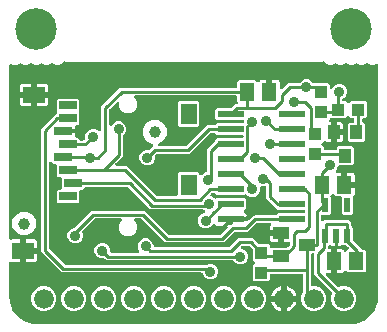
<source format=gbr>
G04 EAGLE Gerber RS-274X export*
G75*
%MOMM*%
%FSLAX34Y34*%
%LPD*%
%INTop Copper*%
%IPPOS*%
%AMOC8*
5,1,8,0,0,1.08239X$1,22.5*%
G01*
%ADD10C,1.000000*%
%ADD11R,1.400000X1.000000*%
%ADD12R,1.000000X1.075000*%
%ADD13R,1.900000X1.400000*%
%ADD14R,1.400000X1.800000*%
%ADD15R,1.500000X0.700000*%
%ADD16R,1.240000X1.500000*%
%ADD17R,2.200000X0.600000*%
%ADD18R,0.550000X1.200000*%
%ADD19R,1.000000X1.200000*%
%ADD20R,1.075000X1.000000*%
%ADD21C,1.676400*%
%ADD22C,3.516000*%
%ADD23C,0.906400*%
%ADD24C,0.254000*%

G36*
X276882Y-85087D02*
X276882Y-85087D01*
X276960Y-85085D01*
X280337Y-84820D01*
X280405Y-84806D01*
X280474Y-84801D01*
X280630Y-84761D01*
X287054Y-82674D01*
X287161Y-82624D01*
X287272Y-82580D01*
X287323Y-82547D01*
X287342Y-82539D01*
X287357Y-82526D01*
X287408Y-82494D01*
X292872Y-78523D01*
X292959Y-78442D01*
X293006Y-78403D01*
X293012Y-78399D01*
X293013Y-78398D01*
X293051Y-78366D01*
X293089Y-78320D01*
X293104Y-78306D01*
X293115Y-78288D01*
X293153Y-78242D01*
X297124Y-72778D01*
X297181Y-72674D01*
X297245Y-72574D01*
X297267Y-72517D01*
X297277Y-72499D01*
X297282Y-72479D01*
X297304Y-72424D01*
X299391Y-66000D01*
X299404Y-65932D01*
X299427Y-65866D01*
X299450Y-65707D01*
X299715Y-62330D01*
X299715Y-62326D01*
X299716Y-62323D01*
X299715Y-62304D01*
X299719Y-62230D01*
X299719Y133907D01*
X299713Y133956D01*
X299715Y134006D01*
X299693Y134114D01*
X299679Y134223D01*
X299661Y134269D01*
X299651Y134317D01*
X299603Y134416D01*
X299562Y134518D01*
X299533Y134558D01*
X299511Y134603D01*
X299440Y134687D01*
X299376Y134776D01*
X299337Y134807D01*
X299305Y134845D01*
X299215Y134908D01*
X299131Y134978D01*
X299086Y135000D01*
X299045Y135028D01*
X298942Y135067D01*
X298843Y135114D01*
X298794Y135123D01*
X298748Y135141D01*
X298638Y135153D01*
X298531Y135174D01*
X298481Y135171D01*
X298432Y135176D01*
X298323Y135161D01*
X298213Y135154D01*
X298166Y135139D01*
X298117Y135132D01*
X297964Y135080D01*
X295742Y134159D01*
X293538Y134159D01*
X291501Y135003D01*
X291093Y135412D01*
X291006Y135479D01*
X290965Y135517D01*
X290956Y135522D01*
X290909Y135563D01*
X290873Y135582D01*
X290841Y135607D01*
X290732Y135654D01*
X290626Y135708D01*
X290587Y135717D01*
X290549Y135733D01*
X290432Y135752D01*
X290316Y135778D01*
X290275Y135777D01*
X290235Y135783D01*
X290117Y135772D01*
X289998Y135768D01*
X289959Y135757D01*
X289919Y135753D01*
X289807Y135713D01*
X289692Y135680D01*
X289657Y135659D01*
X289619Y135645D01*
X289521Y135579D01*
X289418Y135518D01*
X289373Y135478D01*
X289356Y135467D01*
X289343Y135452D01*
X289298Y135412D01*
X288889Y135003D01*
X286852Y134159D01*
X284648Y134159D01*
X282611Y135003D01*
X282203Y135412D01*
X282116Y135479D01*
X282075Y135517D01*
X282066Y135522D01*
X282019Y135563D01*
X281983Y135582D01*
X281951Y135607D01*
X281842Y135654D01*
X281736Y135708D01*
X281697Y135717D01*
X281659Y135733D01*
X281542Y135752D01*
X281426Y135778D01*
X281385Y135777D01*
X281345Y135783D01*
X281227Y135772D01*
X281108Y135768D01*
X281069Y135757D01*
X281029Y135753D01*
X280917Y135713D01*
X280802Y135680D01*
X280767Y135659D01*
X280729Y135645D01*
X280631Y135579D01*
X280528Y135518D01*
X280483Y135478D01*
X280466Y135467D01*
X280453Y135452D01*
X280408Y135412D01*
X279999Y135003D01*
X277962Y134159D01*
X275758Y134159D01*
X273721Y135003D01*
X273313Y135412D01*
X273226Y135479D01*
X273185Y135517D01*
X273176Y135522D01*
X273129Y135563D01*
X273093Y135582D01*
X273061Y135607D01*
X272952Y135654D01*
X272846Y135708D01*
X272807Y135717D01*
X272769Y135733D01*
X272652Y135752D01*
X272536Y135778D01*
X272495Y135777D01*
X272455Y135783D01*
X272337Y135772D01*
X272218Y135768D01*
X272179Y135757D01*
X272139Y135753D01*
X272027Y135713D01*
X271912Y135680D01*
X271877Y135659D01*
X271839Y135645D01*
X271741Y135579D01*
X271638Y135518D01*
X271593Y135478D01*
X271576Y135467D01*
X271563Y135452D01*
X271518Y135412D01*
X271109Y135003D01*
X269072Y134159D01*
X266868Y134159D01*
X264831Y135003D01*
X264423Y135412D01*
X264336Y135479D01*
X264295Y135517D01*
X264286Y135522D01*
X264239Y135563D01*
X264203Y135582D01*
X264171Y135607D01*
X264062Y135654D01*
X263956Y135708D01*
X263917Y135717D01*
X263879Y135733D01*
X263762Y135752D01*
X263646Y135778D01*
X263605Y135777D01*
X263565Y135783D01*
X263447Y135772D01*
X263328Y135768D01*
X263289Y135757D01*
X263249Y135753D01*
X263137Y135713D01*
X263022Y135680D01*
X262987Y135659D01*
X262949Y135645D01*
X262851Y135579D01*
X262748Y135518D01*
X262703Y135478D01*
X262686Y135467D01*
X262673Y135452D01*
X262628Y135412D01*
X262219Y135003D01*
X260182Y134159D01*
X257978Y134159D01*
X255941Y135003D01*
X254379Y136565D01*
X254362Y136595D01*
X254345Y136642D01*
X254284Y136732D01*
X254229Y136828D01*
X254195Y136864D01*
X254167Y136905D01*
X254084Y136977D01*
X254008Y137056D01*
X253966Y137082D01*
X253928Y137115D01*
X253831Y137165D01*
X253737Y137223D01*
X253689Y137237D01*
X253645Y137260D01*
X253538Y137284D01*
X253433Y137316D01*
X253383Y137319D01*
X253335Y137330D01*
X253225Y137326D01*
X253115Y137331D01*
X253067Y137321D01*
X253017Y137320D01*
X252912Y137289D01*
X252804Y137267D01*
X252759Y137245D01*
X252711Y137231D01*
X252617Y137176D01*
X252583Y137159D01*
X34450Y137159D01*
X34406Y137178D01*
X34365Y137206D01*
X34261Y137241D01*
X34160Y137285D01*
X34111Y137293D01*
X34064Y137309D01*
X33954Y137317D01*
X33846Y137335D01*
X33797Y137330D01*
X33747Y137334D01*
X33639Y137315D01*
X33530Y137305D01*
X33483Y137288D01*
X33434Y137280D01*
X33334Y137234D01*
X33230Y137197D01*
X33189Y137169D01*
X33144Y137149D01*
X33058Y137080D01*
X32967Y137019D01*
X32934Y136981D01*
X32895Y136950D01*
X32829Y136863D01*
X32757Y136780D01*
X32734Y136736D01*
X32704Y136696D01*
X32639Y136563D01*
X31079Y135003D01*
X29042Y134159D01*
X26838Y134159D01*
X24801Y135003D01*
X24393Y135412D01*
X24306Y135479D01*
X24265Y135517D01*
X24256Y135522D01*
X24209Y135563D01*
X24173Y135582D01*
X24141Y135607D01*
X24032Y135654D01*
X23926Y135708D01*
X23887Y135717D01*
X23849Y135733D01*
X23732Y135752D01*
X23616Y135778D01*
X23575Y135777D01*
X23535Y135783D01*
X23417Y135772D01*
X23298Y135768D01*
X23259Y135757D01*
X23219Y135753D01*
X23107Y135713D01*
X22992Y135680D01*
X22957Y135659D01*
X22919Y135645D01*
X22821Y135579D01*
X22718Y135518D01*
X22673Y135478D01*
X22656Y135467D01*
X22643Y135452D01*
X22598Y135412D01*
X22189Y135003D01*
X20152Y134159D01*
X17948Y134159D01*
X15911Y135003D01*
X15503Y135412D01*
X15416Y135479D01*
X15375Y135517D01*
X15366Y135522D01*
X15319Y135563D01*
X15283Y135582D01*
X15251Y135607D01*
X15142Y135654D01*
X15036Y135708D01*
X14997Y135717D01*
X14959Y135733D01*
X14842Y135752D01*
X14726Y135778D01*
X14685Y135777D01*
X14645Y135783D01*
X14527Y135772D01*
X14408Y135768D01*
X14369Y135757D01*
X14329Y135753D01*
X14217Y135713D01*
X14102Y135680D01*
X14067Y135659D01*
X14029Y135645D01*
X13931Y135579D01*
X13828Y135518D01*
X13783Y135478D01*
X13766Y135467D01*
X13753Y135452D01*
X13708Y135412D01*
X13299Y135003D01*
X11262Y134159D01*
X9058Y134159D01*
X7021Y135003D01*
X6613Y135412D01*
X6526Y135479D01*
X6485Y135517D01*
X6476Y135522D01*
X6429Y135563D01*
X6393Y135582D01*
X6361Y135607D01*
X6252Y135654D01*
X6146Y135708D01*
X6107Y135717D01*
X6069Y135733D01*
X5952Y135752D01*
X5836Y135778D01*
X5795Y135777D01*
X5755Y135783D01*
X5637Y135772D01*
X5518Y135768D01*
X5479Y135757D01*
X5439Y135753D01*
X5327Y135713D01*
X5212Y135680D01*
X5177Y135659D01*
X5139Y135645D01*
X5041Y135579D01*
X4938Y135518D01*
X4893Y135478D01*
X4876Y135467D01*
X4863Y135452D01*
X4818Y135412D01*
X4409Y135003D01*
X2372Y134159D01*
X168Y134159D01*
X-1869Y135003D01*
X-2277Y135412D01*
X-2364Y135479D01*
X-2405Y135517D01*
X-2414Y135522D01*
X-2461Y135563D01*
X-2497Y135582D01*
X-2529Y135607D01*
X-2638Y135654D01*
X-2744Y135708D01*
X-2783Y135717D01*
X-2821Y135733D01*
X-2938Y135752D01*
X-3054Y135778D01*
X-3095Y135777D01*
X-3135Y135783D01*
X-3253Y135772D01*
X-3372Y135768D01*
X-3411Y135757D01*
X-3451Y135753D01*
X-3563Y135713D01*
X-3678Y135680D01*
X-3713Y135659D01*
X-3751Y135645D01*
X-3849Y135579D01*
X-3952Y135518D01*
X-3997Y135478D01*
X-4014Y135467D01*
X-4027Y135452D01*
X-4072Y135412D01*
X-4481Y135003D01*
X-6518Y134159D01*
X-8722Y134159D01*
X-10944Y135080D01*
X-10992Y135093D01*
X-11037Y135114D01*
X-11145Y135135D01*
X-11251Y135164D01*
X-11301Y135164D01*
X-11350Y135174D01*
X-11459Y135167D01*
X-11569Y135169D01*
X-11617Y135157D01*
X-11667Y135154D01*
X-11771Y135120D01*
X-11878Y135095D01*
X-11922Y135071D01*
X-11969Y135056D01*
X-12062Y134997D01*
X-12159Y134946D01*
X-12196Y134912D01*
X-12238Y134886D01*
X-12313Y134806D01*
X-12395Y134732D01*
X-12422Y134690D01*
X-12456Y134654D01*
X-12509Y134558D01*
X-12569Y134466D01*
X-12586Y134419D01*
X-12610Y134376D01*
X-12637Y134269D01*
X-12673Y134165D01*
X-12677Y134116D01*
X-12689Y134068D01*
X-12699Y133907D01*
X-12699Y-12304D01*
X-12684Y-12429D01*
X-12674Y-12554D01*
X-12664Y-12586D01*
X-12659Y-12620D01*
X-12613Y-12737D01*
X-12573Y-12856D01*
X-12555Y-12884D01*
X-12542Y-12916D01*
X-12469Y-13017D01*
X-12400Y-13123D01*
X-12375Y-13146D01*
X-12356Y-13173D01*
X-12259Y-13253D01*
X-12166Y-13338D01*
X-12137Y-13354D01*
X-12111Y-13376D01*
X-11997Y-13429D01*
X-11886Y-13489D01*
X-11853Y-13497D01*
X-11823Y-13511D01*
X-11699Y-13535D01*
X-11577Y-13565D01*
X-11544Y-13565D01*
X-11511Y-13571D01*
X-11385Y-13563D01*
X-11259Y-13562D01*
X-11211Y-13552D01*
X-11193Y-13551D01*
X-11173Y-13545D01*
X-11101Y-13530D01*
X-10724Y-13429D01*
X-3429Y-13429D01*
X-3429Y-21700D01*
X-3414Y-21818D01*
X-3407Y-21937D01*
X-3394Y-21975D01*
X-3389Y-22015D01*
X-3345Y-22126D01*
X-3309Y-22239D01*
X-3287Y-22274D01*
X-3272Y-22311D01*
X-3202Y-22407D01*
X-3139Y-22508D01*
X-3109Y-22536D01*
X-3085Y-22568D01*
X-2994Y-22644D01*
X-2907Y-22726D01*
X-2872Y-22745D01*
X-2840Y-22771D01*
X-2733Y-22822D01*
X-2629Y-22879D01*
X-2589Y-22890D01*
X-2553Y-22907D01*
X-2436Y-22929D01*
X-2321Y-22959D01*
X-2260Y-22963D01*
X-2240Y-22967D01*
X-2220Y-22965D01*
X-2160Y-22969D01*
X-889Y-22969D01*
X-889Y-22971D01*
X-2160Y-22971D01*
X-2278Y-22986D01*
X-2397Y-22993D01*
X-2435Y-23006D01*
X-2475Y-23011D01*
X-2586Y-23055D01*
X-2699Y-23091D01*
X-2734Y-23113D01*
X-2771Y-23128D01*
X-2867Y-23198D01*
X-2968Y-23261D01*
X-2996Y-23291D01*
X-3028Y-23315D01*
X-3104Y-23406D01*
X-3186Y-23493D01*
X-3205Y-23528D01*
X-3231Y-23560D01*
X-3282Y-23667D01*
X-3339Y-23771D01*
X-3350Y-23811D01*
X-3367Y-23847D01*
X-3389Y-23964D01*
X-3419Y-24079D01*
X-3423Y-24140D01*
X-3427Y-24160D01*
X-3425Y-24180D01*
X-3429Y-24240D01*
X-3429Y-32511D01*
X-10724Y-32511D01*
X-11101Y-32410D01*
X-11226Y-32393D01*
X-11350Y-32369D01*
X-11383Y-32371D01*
X-11417Y-32367D01*
X-11542Y-32381D01*
X-11667Y-32389D01*
X-11699Y-32399D01*
X-11732Y-32403D01*
X-11850Y-32448D01*
X-11969Y-32487D01*
X-11998Y-32505D01*
X-12029Y-32517D01*
X-12132Y-32590D01*
X-12238Y-32657D01*
X-12261Y-32681D01*
X-12289Y-32701D01*
X-12370Y-32797D01*
X-12456Y-32889D01*
X-12472Y-32918D01*
X-12494Y-32944D01*
X-12549Y-33057D01*
X-12610Y-33167D01*
X-12618Y-33200D01*
X-12633Y-33230D01*
X-12658Y-33353D01*
X-12689Y-33475D01*
X-12692Y-33524D01*
X-12696Y-33542D01*
X-12695Y-33564D01*
X-12699Y-33636D01*
X-12699Y-62230D01*
X-12697Y-62252D01*
X-12695Y-62330D01*
X-12430Y-65707D01*
X-12416Y-65775D01*
X-12411Y-65844D01*
X-12371Y-66000D01*
X-10284Y-72424D01*
X-10234Y-72531D01*
X-10190Y-72642D01*
X-10157Y-72693D01*
X-10149Y-72712D01*
X-10136Y-72727D01*
X-10104Y-72778D01*
X-6133Y-78242D01*
X-6113Y-78264D01*
X-6102Y-78282D01*
X-6056Y-78325D01*
X-6052Y-78329D01*
X-5976Y-78421D01*
X-5930Y-78459D01*
X-5916Y-78474D01*
X-5898Y-78485D01*
X-5852Y-78523D01*
X-388Y-82494D01*
X-284Y-82551D01*
X-184Y-82615D01*
X-127Y-82637D01*
X-109Y-82647D01*
X-89Y-82652D01*
X-34Y-82674D01*
X6390Y-84761D01*
X6458Y-84774D01*
X6524Y-84797D01*
X6683Y-84820D01*
X10060Y-85085D01*
X10082Y-85084D01*
X10160Y-85089D01*
X276860Y-85089D01*
X276882Y-85087D01*
G37*
%LPC*%
G36*
X243038Y-73915D02*
X243038Y-73915D01*
X239211Y-72329D01*
X236281Y-69399D01*
X234695Y-65572D01*
X234695Y-61428D01*
X236201Y-57794D01*
X236203Y-57785D01*
X236208Y-57777D01*
X236245Y-57632D01*
X236285Y-57487D01*
X236285Y-57478D01*
X236287Y-57469D01*
X236297Y-57308D01*
X236297Y-43942D01*
X236282Y-43824D01*
X236275Y-43705D01*
X236262Y-43667D01*
X236257Y-43626D01*
X236214Y-43516D01*
X236177Y-43403D01*
X236155Y-43368D01*
X236140Y-43331D01*
X236071Y-43235D01*
X236007Y-43134D01*
X235977Y-43106D01*
X235954Y-43073D01*
X235862Y-42997D01*
X235775Y-42916D01*
X235740Y-42896D01*
X235709Y-42871D01*
X235601Y-42820D01*
X235497Y-42762D01*
X235457Y-42752D01*
X235421Y-42735D01*
X235304Y-42713D01*
X235189Y-42683D01*
X235129Y-42679D01*
X235109Y-42675D01*
X235088Y-42677D01*
X235028Y-42673D01*
X208962Y-42673D01*
X208844Y-42688D01*
X208725Y-42695D01*
X208687Y-42708D01*
X208646Y-42713D01*
X208536Y-42756D01*
X208423Y-42793D01*
X208388Y-42815D01*
X208351Y-42830D01*
X208255Y-42899D01*
X208154Y-42963D01*
X208126Y-42993D01*
X208093Y-43016D01*
X208017Y-43108D01*
X207936Y-43195D01*
X207916Y-43230D01*
X207891Y-43261D01*
X207840Y-43369D01*
X207782Y-43473D01*
X207772Y-43513D01*
X207755Y-43549D01*
X207733Y-43666D01*
X207703Y-43781D01*
X207699Y-43841D01*
X207695Y-43861D01*
X207697Y-43882D01*
X207693Y-43942D01*
X207693Y-47737D01*
X206502Y-48928D01*
X194818Y-48928D01*
X193627Y-47737D01*
X193627Y-35303D01*
X195013Y-33917D01*
X195086Y-33823D01*
X195165Y-33734D01*
X195183Y-33698D01*
X195208Y-33666D01*
X195255Y-33557D01*
X195309Y-33451D01*
X195318Y-33412D01*
X195334Y-33374D01*
X195353Y-33257D01*
X195379Y-33141D01*
X195378Y-33100D01*
X195384Y-33060D01*
X195373Y-32942D01*
X195369Y-32823D01*
X195358Y-32784D01*
X195354Y-32744D01*
X195314Y-32632D01*
X195281Y-32517D01*
X195260Y-32482D01*
X195247Y-32444D01*
X195180Y-32346D01*
X195119Y-32243D01*
X195079Y-32198D01*
X195068Y-32181D01*
X195053Y-32168D01*
X195013Y-32122D01*
X193627Y-30737D01*
X193627Y-22684D01*
X193615Y-22586D01*
X193612Y-22487D01*
X193595Y-22428D01*
X193587Y-22368D01*
X193551Y-22276D01*
X193523Y-22181D01*
X193493Y-22129D01*
X193470Y-22073D01*
X193412Y-21992D01*
X193362Y-21907D01*
X193296Y-21832D01*
X193284Y-21815D01*
X193274Y-21807D01*
X193256Y-21786D01*
X190774Y-19304D01*
X190695Y-19244D01*
X190623Y-19176D01*
X190570Y-19147D01*
X190522Y-19110D01*
X190431Y-19070D01*
X190345Y-19022D01*
X190286Y-19007D01*
X190231Y-18983D01*
X190133Y-18968D01*
X190037Y-18943D01*
X189937Y-18937D01*
X189916Y-18933D01*
X189904Y-18935D01*
X189876Y-18933D01*
X184670Y-18933D01*
X184601Y-18941D01*
X184531Y-18940D01*
X184443Y-18961D01*
X184354Y-18973D01*
X184289Y-18998D01*
X184222Y-19015D01*
X184142Y-19057D01*
X184059Y-19090D01*
X184002Y-19131D01*
X183941Y-19163D01*
X183874Y-19224D01*
X183801Y-19276D01*
X183757Y-19330D01*
X183705Y-19377D01*
X183656Y-19452D01*
X183599Y-19521D01*
X183569Y-19585D01*
X183530Y-19643D01*
X183501Y-19728D01*
X183463Y-19809D01*
X183450Y-19878D01*
X183427Y-19944D01*
X183420Y-20033D01*
X183403Y-20121D01*
X183408Y-20191D01*
X183402Y-20261D01*
X183417Y-20349D01*
X183423Y-20439D01*
X183444Y-20505D01*
X183456Y-20574D01*
X183493Y-20656D01*
X183521Y-20741D01*
X183558Y-20800D01*
X183587Y-20864D01*
X183643Y-20934D01*
X183691Y-21010D01*
X183742Y-21058D01*
X183786Y-21112D01*
X183857Y-21167D01*
X183923Y-21228D01*
X183984Y-21262D01*
X184040Y-21304D01*
X184184Y-21375D01*
X186599Y-22375D01*
X188445Y-24221D01*
X189445Y-26634D01*
X189445Y-29246D01*
X188445Y-31659D01*
X186599Y-33505D01*
X184186Y-34505D01*
X181574Y-34505D01*
X179161Y-33505D01*
X177271Y-31614D01*
X177192Y-31554D01*
X177120Y-31486D01*
X177067Y-31457D01*
X177019Y-31420D01*
X176928Y-31380D01*
X176842Y-31332D01*
X176783Y-31317D01*
X176727Y-31293D01*
X176629Y-31278D01*
X176534Y-31253D01*
X176434Y-31247D01*
X176413Y-31243D01*
X176401Y-31245D01*
X176373Y-31243D01*
X69752Y-31243D01*
X68306Y-29796D01*
X68227Y-29736D01*
X68155Y-29668D01*
X68102Y-29639D01*
X68054Y-29602D01*
X67963Y-29562D01*
X67877Y-29514D01*
X67818Y-29499D01*
X67763Y-29475D01*
X67665Y-29460D01*
X67569Y-29435D01*
X67469Y-29429D01*
X67448Y-29425D01*
X67436Y-29427D01*
X67408Y-29425D01*
X64734Y-29425D01*
X62321Y-28425D01*
X60475Y-26579D01*
X59475Y-24166D01*
X59475Y-21554D01*
X60475Y-19141D01*
X62321Y-17295D01*
X64734Y-16295D01*
X67346Y-16295D01*
X69759Y-17295D01*
X71605Y-19141D01*
X72605Y-21554D01*
X72605Y-23368D01*
X72620Y-23486D01*
X72627Y-23605D01*
X72640Y-23643D01*
X72645Y-23684D01*
X72688Y-23794D01*
X72725Y-23907D01*
X72747Y-23942D01*
X72762Y-23979D01*
X72832Y-24076D01*
X72895Y-24176D01*
X72925Y-24204D01*
X72948Y-24237D01*
X73040Y-24313D01*
X73127Y-24394D01*
X73162Y-24414D01*
X73193Y-24439D01*
X73301Y-24490D01*
X73405Y-24548D01*
X73445Y-24558D01*
X73481Y-24575D01*
X73598Y-24597D01*
X73713Y-24627D01*
X73773Y-24631D01*
X73793Y-24635D01*
X73814Y-24633D01*
X73874Y-24637D01*
X96179Y-24637D01*
X96229Y-24631D01*
X96278Y-24633D01*
X96385Y-24611D01*
X96495Y-24597D01*
X96541Y-24579D01*
X96590Y-24569D01*
X96688Y-24521D01*
X96790Y-24480D01*
X96830Y-24451D01*
X96875Y-24429D01*
X96959Y-24358D01*
X97048Y-24294D01*
X97079Y-24255D01*
X97117Y-24223D01*
X97180Y-24133D01*
X97251Y-24049D01*
X97272Y-24004D01*
X97300Y-23963D01*
X97339Y-23860D01*
X97386Y-23761D01*
X97395Y-23712D01*
X97413Y-23666D01*
X97425Y-23556D01*
X97446Y-23449D01*
X97443Y-23399D01*
X97448Y-23350D01*
X97433Y-23241D01*
X97426Y-23131D01*
X97411Y-23084D01*
X97404Y-23035D01*
X97352Y-22882D01*
X96305Y-20356D01*
X96305Y-17744D01*
X97305Y-15331D01*
X99151Y-13485D01*
X101564Y-12485D01*
X104176Y-12485D01*
X106589Y-13485D01*
X108435Y-15331D01*
X109435Y-17744D01*
X109435Y-18288D01*
X109450Y-18406D01*
X109457Y-18525D01*
X109470Y-18563D01*
X109475Y-18604D01*
X109518Y-18714D01*
X109555Y-18827D01*
X109577Y-18862D01*
X109592Y-18899D01*
X109661Y-18995D01*
X109725Y-19096D01*
X109755Y-19124D01*
X109778Y-19157D01*
X109870Y-19233D01*
X109957Y-19314D01*
X109992Y-19334D01*
X110023Y-19359D01*
X110131Y-19410D01*
X110235Y-19468D01*
X110275Y-19478D01*
X110311Y-19495D01*
X110428Y-19517D01*
X110543Y-19547D01*
X110603Y-19551D01*
X110623Y-19555D01*
X110644Y-19553D01*
X110704Y-19557D01*
X173366Y-19557D01*
X173464Y-19545D01*
X173563Y-19542D01*
X173622Y-19525D01*
X173682Y-19517D01*
X173774Y-19481D01*
X173869Y-19453D01*
X173921Y-19423D01*
X173977Y-19400D01*
X174057Y-19342D01*
X174143Y-19292D01*
X174218Y-19226D01*
X174235Y-19214D01*
X174243Y-19204D01*
X174264Y-19186D01*
X178816Y-14634D01*
X181122Y-12327D01*
X193138Y-12327D01*
X197551Y-16741D01*
X197630Y-16801D01*
X197702Y-16869D01*
X197755Y-16898D01*
X197803Y-16935D01*
X197894Y-16975D01*
X197980Y-17023D01*
X198039Y-17038D01*
X198094Y-17062D01*
X198192Y-17077D01*
X198288Y-17102D01*
X198388Y-17108D01*
X198408Y-17112D01*
X198421Y-17110D01*
X198449Y-17112D01*
X206502Y-17112D01*
X207693Y-18303D01*
X207693Y-19248D01*
X207710Y-19386D01*
X207723Y-19525D01*
X207730Y-19544D01*
X207733Y-19564D01*
X207784Y-19693D01*
X207831Y-19824D01*
X207842Y-19841D01*
X207850Y-19860D01*
X207931Y-19972D01*
X208009Y-20087D01*
X208025Y-20100D01*
X208036Y-20117D01*
X208144Y-20206D01*
X208248Y-20298D01*
X208266Y-20307D01*
X208281Y-20320D01*
X208407Y-20379D01*
X208531Y-20442D01*
X208551Y-20447D01*
X208569Y-20455D01*
X208706Y-20481D01*
X208841Y-20512D01*
X208862Y-20511D01*
X208881Y-20515D01*
X209020Y-20506D01*
X209159Y-20502D01*
X209179Y-20497D01*
X209199Y-20495D01*
X209331Y-20452D01*
X209465Y-20414D01*
X209482Y-20403D01*
X209501Y-20397D01*
X209619Y-20323D01*
X209739Y-20252D01*
X209744Y-20247D01*
X222206Y-20247D01*
X222304Y-20235D01*
X222403Y-20232D01*
X222462Y-20215D01*
X222522Y-20207D01*
X222614Y-20171D01*
X222709Y-20143D01*
X222761Y-20113D01*
X222817Y-20090D01*
X222897Y-20032D01*
X222983Y-19982D01*
X223058Y-19916D01*
X223075Y-19904D01*
X223083Y-19894D01*
X223104Y-19876D01*
X224926Y-18054D01*
X224986Y-17975D01*
X225054Y-17903D01*
X225083Y-17850D01*
X225120Y-17802D01*
X225160Y-17711D01*
X225208Y-17625D01*
X225223Y-17566D01*
X225247Y-17511D01*
X225262Y-17413D01*
X225287Y-17317D01*
X225293Y-17217D01*
X225297Y-17197D01*
X225295Y-17184D01*
X225297Y-17156D01*
X225297Y-17090D01*
X225282Y-16972D01*
X225275Y-16853D01*
X225262Y-16815D01*
X225257Y-16774D01*
X225214Y-16664D01*
X225177Y-16551D01*
X225155Y-16516D01*
X225140Y-16479D01*
X225071Y-16383D01*
X225007Y-16282D01*
X224977Y-16254D01*
X224954Y-16221D01*
X224862Y-16145D01*
X224775Y-16064D01*
X224740Y-16044D01*
X224709Y-16019D01*
X224601Y-15968D01*
X224497Y-15910D01*
X224457Y-15900D01*
X224421Y-15883D01*
X224304Y-15861D01*
X224189Y-15831D01*
X224129Y-15827D01*
X224109Y-15823D01*
X224088Y-15825D01*
X224028Y-15821D01*
X220099Y-15821D01*
X220099Y-9510D01*
X220084Y-9392D01*
X220077Y-9273D01*
X220064Y-9235D01*
X220059Y-9195D01*
X220016Y-9084D01*
X219979Y-8971D01*
X219957Y-8937D01*
X219942Y-8899D01*
X219873Y-8803D01*
X219809Y-8702D01*
X219779Y-8674D01*
X219756Y-8642D01*
X219664Y-8566D01*
X219577Y-8484D01*
X219542Y-8465D01*
X219511Y-8439D01*
X219403Y-8388D01*
X219299Y-8331D01*
X219259Y-8321D01*
X219223Y-8303D01*
X219106Y-8281D01*
X218991Y-8251D01*
X218931Y-8247D01*
X218911Y-8244D01*
X218890Y-8245D01*
X218830Y-8241D01*
X217639Y-8241D01*
X217639Y-7050D01*
X217624Y-6932D01*
X217617Y-6813D01*
X217604Y-6775D01*
X217599Y-6734D01*
X217555Y-6624D01*
X217519Y-6511D01*
X217497Y-6476D01*
X217482Y-6439D01*
X217412Y-6342D01*
X217349Y-6242D01*
X217319Y-6214D01*
X217295Y-6181D01*
X217204Y-6105D01*
X217117Y-6024D01*
X217082Y-6004D01*
X217050Y-5979D01*
X216943Y-5928D01*
X216838Y-5870D01*
X216799Y-5860D01*
X216763Y-5843D01*
X216646Y-5821D01*
X216530Y-5791D01*
X216470Y-5787D01*
X216450Y-5783D01*
X216430Y-5785D01*
X216370Y-5781D01*
X208059Y-5781D01*
X208059Y-2946D01*
X208232Y-2299D01*
X208567Y-1720D01*
X208627Y-1660D01*
X208712Y-1550D01*
X208801Y-1443D01*
X208810Y-1424D01*
X208822Y-1408D01*
X208878Y-1280D01*
X208937Y-1155D01*
X208941Y-1135D01*
X208949Y-1116D01*
X208971Y-979D01*
X208997Y-842D01*
X208995Y-822D01*
X208999Y-802D01*
X208986Y-664D01*
X208977Y-525D01*
X208971Y-506D01*
X208969Y-486D01*
X208922Y-355D01*
X208879Y-223D01*
X208868Y-205D01*
X208861Y-186D01*
X208783Y-72D01*
X208709Y46D01*
X208694Y60D01*
X208683Y77D01*
X208578Y169D01*
X208477Y264D01*
X208459Y274D01*
X208444Y287D01*
X208320Y350D01*
X208199Y418D01*
X208179Y423D01*
X208161Y432D01*
X208025Y462D01*
X207891Y497D01*
X207863Y499D01*
X207851Y502D01*
X207830Y501D01*
X207730Y507D01*
X197474Y507D01*
X197376Y495D01*
X197277Y492D01*
X197218Y475D01*
X197158Y467D01*
X197066Y431D01*
X196971Y403D01*
X196919Y373D01*
X196863Y350D01*
X196783Y292D01*
X196697Y242D01*
X196622Y176D01*
X196605Y164D01*
X196597Y154D01*
X196576Y136D01*
X189328Y-7113D01*
X178424Y-7113D01*
X178326Y-7125D01*
X178227Y-7128D01*
X178168Y-7145D01*
X178108Y-7153D01*
X178016Y-7189D01*
X177921Y-7217D01*
X177869Y-7247D01*
X177813Y-7270D01*
X177733Y-7328D01*
X177647Y-7378D01*
X177572Y-7444D01*
X177555Y-7456D01*
X177547Y-7466D01*
X177526Y-7484D01*
X169008Y-16003D01*
X119282Y-16003D01*
X99334Y3946D01*
X99255Y4006D01*
X99183Y4074D01*
X99130Y4103D01*
X99082Y4140D01*
X98991Y4180D01*
X98905Y4228D01*
X98846Y4243D01*
X98791Y4267D01*
X98693Y4282D01*
X98597Y4307D01*
X98497Y4313D01*
X98476Y4317D01*
X98464Y4315D01*
X98436Y4317D01*
X94111Y4317D01*
X93973Y4300D01*
X93835Y4287D01*
X93816Y4280D01*
X93796Y4277D01*
X93667Y4226D01*
X93535Y4179D01*
X93519Y4168D01*
X93500Y4160D01*
X93388Y4079D01*
X93272Y4001D01*
X93259Y3985D01*
X93243Y3974D01*
X93154Y3866D01*
X93062Y3762D01*
X93053Y3744D01*
X93040Y3729D01*
X92981Y3603D01*
X92917Y3479D01*
X92913Y3459D01*
X92904Y3441D01*
X92878Y3304D01*
X92848Y3169D01*
X92848Y3148D01*
X92844Y3129D01*
X92853Y2990D01*
X92857Y2851D01*
X92863Y2831D01*
X92864Y2811D01*
X92907Y2679D01*
X92946Y2545D01*
X92956Y2528D01*
X92962Y2509D01*
X93037Y2391D01*
X93107Y2271D01*
X93126Y2250D01*
X93132Y2240D01*
X93147Y2226D01*
X93214Y2151D01*
X94233Y1131D01*
X95381Y-1640D01*
X95381Y-4640D01*
X94233Y-7411D01*
X92111Y-9533D01*
X89340Y-10681D01*
X86340Y-10681D01*
X83569Y-9533D01*
X81447Y-7411D01*
X80299Y-4640D01*
X80299Y-1640D01*
X81447Y1131D01*
X82466Y2151D01*
X82551Y2260D01*
X82640Y2367D01*
X82649Y2386D01*
X82661Y2402D01*
X82717Y2529D01*
X82776Y2655D01*
X82780Y2675D01*
X82788Y2694D01*
X82810Y2832D01*
X82836Y2968D01*
X82834Y2988D01*
X82837Y3008D01*
X82824Y3147D01*
X82816Y3285D01*
X82810Y3304D01*
X82808Y3324D01*
X82760Y3456D01*
X82718Y3587D01*
X82707Y3605D01*
X82700Y3624D01*
X82622Y3739D01*
X82548Y3856D01*
X82533Y3870D01*
X82521Y3887D01*
X82417Y3979D01*
X82316Y4074D01*
X82298Y4084D01*
X82283Y4097D01*
X82159Y4160D01*
X82037Y4228D01*
X82018Y4233D01*
X82000Y4242D01*
X81864Y4272D01*
X81730Y4307D01*
X81701Y4309D01*
X81690Y4312D01*
X81669Y4311D01*
X81569Y4317D01*
X60314Y4317D01*
X60216Y4305D01*
X60117Y4302D01*
X60058Y4285D01*
X59998Y4277D01*
X59906Y4241D01*
X59811Y4213D01*
X59759Y4183D01*
X59703Y4160D01*
X59623Y4102D01*
X59537Y4052D01*
X59462Y3986D01*
X59445Y3974D01*
X59437Y3964D01*
X59416Y3946D01*
X49428Y-6043D01*
X49410Y-6066D01*
X49388Y-6085D01*
X49313Y-6191D01*
X49233Y-6294D01*
X49222Y-6321D01*
X49205Y-6345D01*
X49158Y-6467D01*
X49107Y-6586D01*
X49102Y-6615D01*
X49092Y-6642D01*
X49077Y-6772D01*
X49057Y-6900D01*
X49060Y-6929D01*
X49057Y-6959D01*
X49075Y-7087D01*
X49087Y-7216D01*
X49097Y-7244D01*
X49101Y-7273D01*
X49153Y-7426D01*
X49745Y-8854D01*
X49745Y-11466D01*
X48745Y-13879D01*
X46899Y-15725D01*
X44486Y-16725D01*
X41874Y-16725D01*
X39461Y-15725D01*
X37615Y-13879D01*
X36615Y-11466D01*
X36615Y-8854D01*
X37615Y-6441D01*
X39461Y-4595D01*
X41874Y-3595D01*
X42008Y-3595D01*
X42106Y-3583D01*
X42205Y-3580D01*
X42264Y-3563D01*
X42324Y-3555D01*
X42416Y-3519D01*
X42511Y-3491D01*
X42563Y-3461D01*
X42619Y-3438D01*
X42699Y-3380D01*
X42785Y-3330D01*
X42860Y-3264D01*
X42877Y-3252D01*
X42885Y-3242D01*
X42906Y-3224D01*
X57052Y10923D01*
X101698Y10923D01*
X121646Y-9026D01*
X121725Y-9086D01*
X121797Y-9154D01*
X121850Y-9183D01*
X121898Y-9220D01*
X121989Y-9260D01*
X122075Y-9308D01*
X122134Y-9323D01*
X122189Y-9347D01*
X122287Y-9362D01*
X122383Y-9387D01*
X122483Y-9393D01*
X122504Y-9397D01*
X122516Y-9395D01*
X122544Y-9397D01*
X165746Y-9397D01*
X165844Y-9385D01*
X165943Y-9382D01*
X166002Y-9365D01*
X166062Y-9357D01*
X166154Y-9321D01*
X166249Y-9293D01*
X166301Y-9263D01*
X166357Y-9240D01*
X166437Y-9182D01*
X166523Y-9132D01*
X166598Y-9066D01*
X166615Y-9054D01*
X166623Y-9044D01*
X166644Y-9026D01*
X171772Y-3897D01*
X171857Y-3788D01*
X171946Y-3681D01*
X171954Y-3662D01*
X171967Y-3646D01*
X172022Y-3518D01*
X172081Y-3393D01*
X172085Y-3373D01*
X172093Y-3354D01*
X172115Y-3216D01*
X172141Y-3080D01*
X172140Y-3060D01*
X172143Y-3040D01*
X172130Y-2902D01*
X172121Y-2763D01*
X172115Y-2744D01*
X172113Y-2724D01*
X172066Y-2592D01*
X172023Y-2461D01*
X172012Y-2443D01*
X172005Y-2424D01*
X171927Y-2309D01*
X171853Y-2192D01*
X171838Y-2178D01*
X171827Y-2161D01*
X171723Y-2069D01*
X171621Y-1974D01*
X171604Y-1964D01*
X171588Y-1951D01*
X171464Y-1887D01*
X171343Y-1820D01*
X171323Y-1815D01*
X171305Y-1806D01*
X171169Y-1776D01*
X171035Y-1741D01*
X171007Y-1739D01*
X170995Y-1736D01*
X170974Y-1737D01*
X170874Y-1731D01*
X163326Y-1731D01*
X162679Y-1558D01*
X162100Y-1223D01*
X161627Y-750D01*
X161625Y-746D01*
X161590Y-701D01*
X161564Y-651D01*
X161495Y-575D01*
X161432Y-493D01*
X161388Y-458D01*
X161350Y-416D01*
X161264Y-359D01*
X161183Y-295D01*
X161132Y-272D01*
X161085Y-241D01*
X160987Y-208D01*
X160893Y-166D01*
X160837Y-156D01*
X160784Y-138D01*
X160681Y-130D01*
X160579Y-113D01*
X160523Y-117D01*
X160467Y-113D01*
X160365Y-130D01*
X160262Y-139D01*
X160209Y-158D01*
X160153Y-167D01*
X160059Y-210D01*
X159962Y-243D01*
X159915Y-275D01*
X159863Y-298D01*
X159783Y-362D01*
X159697Y-419D01*
X159659Y-461D01*
X159615Y-496D01*
X159553Y-579D01*
X159484Y-655D01*
X159458Y-706D01*
X159424Y-750D01*
X159353Y-895D01*
X159235Y-1179D01*
X157389Y-3025D01*
X154976Y-4025D01*
X152364Y-4025D01*
X149951Y-3025D01*
X148105Y-1179D01*
X147105Y1234D01*
X147105Y3846D01*
X148105Y6259D01*
X149951Y8105D01*
X152449Y9140D01*
X152492Y9165D01*
X152539Y9181D01*
X152630Y9243D01*
X152725Y9297D01*
X152761Y9332D01*
X152802Y9360D01*
X152875Y9442D01*
X152954Y9519D01*
X152980Y9561D01*
X153013Y9598D01*
X153063Y9696D01*
X153120Y9790D01*
X153135Y9837D01*
X153157Y9882D01*
X153181Y9989D01*
X153214Y10094D01*
X153216Y10143D01*
X153227Y10192D01*
X153224Y10302D01*
X153229Y10411D01*
X153219Y10460D01*
X153217Y10510D01*
X153187Y10615D01*
X153165Y10723D01*
X153143Y10768D01*
X153129Y10815D01*
X153073Y10910D01*
X153025Y11009D01*
X152993Y11046D01*
X152967Y11089D01*
X152861Y11210D01*
X152506Y11566D01*
X152427Y11626D01*
X152355Y11694D01*
X152302Y11723D01*
X152254Y11760D01*
X152163Y11800D01*
X152077Y11848D01*
X152018Y11863D01*
X151962Y11887D01*
X151864Y11902D01*
X151769Y11927D01*
X151669Y11933D01*
X151648Y11937D01*
X151636Y11935D01*
X151608Y11937D01*
X106582Y11937D01*
X88164Y30356D01*
X88085Y30416D01*
X88013Y30484D01*
X87960Y30513D01*
X87912Y30550D01*
X87821Y30590D01*
X87735Y30638D01*
X87676Y30653D01*
X87621Y30677D01*
X87523Y30692D01*
X87427Y30717D01*
X87327Y30723D01*
X87306Y30727D01*
X87294Y30725D01*
X87266Y30727D01*
X51912Y30727D01*
X51794Y30712D01*
X51675Y30705D01*
X51637Y30692D01*
X51596Y30687D01*
X51486Y30644D01*
X51373Y30607D01*
X51338Y30585D01*
X51301Y30570D01*
X51205Y30501D01*
X51104Y30437D01*
X51076Y30407D01*
X51043Y30384D01*
X50967Y30292D01*
X50886Y30205D01*
X50866Y30170D01*
X50841Y30139D01*
X50790Y30031D01*
X50732Y29927D01*
X50722Y29887D01*
X50705Y29851D01*
X50683Y29734D01*
X50681Y29726D01*
X49452Y28497D01*
X47912Y28497D01*
X47794Y28482D01*
X47675Y28475D01*
X47637Y28462D01*
X47596Y28457D01*
X47486Y28414D01*
X47373Y28377D01*
X47338Y28355D01*
X47301Y28340D01*
X47205Y28271D01*
X47104Y28207D01*
X47076Y28177D01*
X47043Y28154D01*
X46967Y28062D01*
X46886Y27975D01*
X46866Y27940D01*
X46841Y27909D01*
X46790Y27801D01*
X46732Y27697D01*
X46722Y27657D01*
X46705Y27621D01*
X46683Y27504D01*
X46653Y27389D01*
X46649Y27329D01*
X46645Y27309D01*
X46647Y27288D01*
X46643Y27228D01*
X46643Y18688D01*
X45452Y17497D01*
X28768Y17497D01*
X27577Y18688D01*
X27577Y27372D01*
X28768Y28563D01*
X30308Y28563D01*
X30426Y28578D01*
X30545Y28585D01*
X30583Y28598D01*
X30624Y28603D01*
X30734Y28646D01*
X30847Y28683D01*
X30882Y28705D01*
X30919Y28720D01*
X31015Y28789D01*
X31116Y28853D01*
X31144Y28883D01*
X31177Y28906D01*
X31253Y28998D01*
X31334Y29085D01*
X31354Y29120D01*
X31379Y29151D01*
X31430Y29259D01*
X31488Y29363D01*
X31498Y29403D01*
X31515Y29439D01*
X31537Y29556D01*
X31567Y29671D01*
X31571Y29731D01*
X31575Y29751D01*
X31573Y29772D01*
X31577Y29832D01*
X31577Y38228D01*
X31562Y38346D01*
X31555Y38465D01*
X31542Y38503D01*
X31537Y38544D01*
X31494Y38654D01*
X31457Y38767D01*
X31435Y38802D01*
X31420Y38839D01*
X31351Y38935D01*
X31287Y39036D01*
X31257Y39064D01*
X31234Y39097D01*
X31142Y39173D01*
X31055Y39254D01*
X31020Y39274D01*
X30989Y39299D01*
X30881Y39350D01*
X30777Y39408D01*
X30737Y39418D01*
X30701Y39435D01*
X30584Y39457D01*
X30469Y39487D01*
X30409Y39491D01*
X30389Y39495D01*
X30368Y39493D01*
X30308Y39497D01*
X28768Y39497D01*
X27577Y40688D01*
X27577Y49228D01*
X27562Y49346D01*
X27555Y49465D01*
X27542Y49503D01*
X27537Y49544D01*
X27494Y49654D01*
X27457Y49767D01*
X27435Y49802D01*
X27420Y49839D01*
X27351Y49935D01*
X27287Y50036D01*
X27257Y50064D01*
X27234Y50097D01*
X27142Y50173D01*
X27055Y50254D01*
X27020Y50274D01*
X26989Y50299D01*
X26881Y50350D01*
X26777Y50408D01*
X26737Y50418D01*
X26701Y50435D01*
X26584Y50457D01*
X26469Y50487D01*
X26409Y50491D01*
X26389Y50495D01*
X26368Y50493D01*
X26308Y50497D01*
X24768Y50497D01*
X23249Y52016D01*
X23140Y52101D01*
X23033Y52190D01*
X23014Y52198D01*
X22998Y52211D01*
X22870Y52266D01*
X22745Y52325D01*
X22725Y52329D01*
X22706Y52337D01*
X22568Y52359D01*
X22432Y52385D01*
X22412Y52384D01*
X22392Y52387D01*
X22253Y52374D01*
X22115Y52365D01*
X22096Y52359D01*
X22076Y52357D01*
X21944Y52310D01*
X21813Y52267D01*
X21795Y52256D01*
X21776Y52250D01*
X21661Y52171D01*
X21544Y52097D01*
X21530Y52082D01*
X21513Y52071D01*
X21421Y51967D01*
X21326Y51865D01*
X21316Y51848D01*
X21303Y51833D01*
X21239Y51708D01*
X21172Y51587D01*
X21167Y51567D01*
X21158Y51549D01*
X21128Y51413D01*
X21093Y51279D01*
X21091Y51251D01*
X21088Y51239D01*
X21089Y51219D01*
X21083Y51118D01*
X21083Y-20966D01*
X21095Y-21064D01*
X21098Y-21163D01*
X21115Y-21222D01*
X21123Y-21282D01*
X21159Y-21374D01*
X21187Y-21469D01*
X21217Y-21521D01*
X21240Y-21577D01*
X21298Y-21657D01*
X21348Y-21743D01*
X21414Y-21818D01*
X21426Y-21835D01*
X21436Y-21843D01*
X21454Y-21864D01*
X34016Y-34426D01*
X34095Y-34486D01*
X34167Y-34554D01*
X34220Y-34583D01*
X34268Y-34620D01*
X34359Y-34660D01*
X34445Y-34708D01*
X34504Y-34723D01*
X34559Y-34747D01*
X34657Y-34762D01*
X34753Y-34787D01*
X34853Y-34793D01*
X34874Y-34797D01*
X34886Y-34795D01*
X34914Y-34797D01*
X154179Y-34797D01*
X154188Y-34796D01*
X154197Y-34797D01*
X154346Y-34776D01*
X154494Y-34757D01*
X154503Y-34754D01*
X154512Y-34753D01*
X154664Y-34701D01*
X156174Y-34075D01*
X158786Y-34075D01*
X161199Y-35075D01*
X163045Y-36921D01*
X164045Y-39334D01*
X164045Y-41946D01*
X163045Y-44359D01*
X161199Y-46205D01*
X158786Y-47205D01*
X156174Y-47205D01*
X153761Y-46205D01*
X151915Y-44359D01*
X151015Y-42186D01*
X151000Y-42161D01*
X150991Y-42133D01*
X150922Y-42023D01*
X150857Y-41910D01*
X150837Y-41889D01*
X150821Y-41864D01*
X150727Y-41775D01*
X150636Y-41682D01*
X150611Y-41666D01*
X150589Y-41646D01*
X150476Y-41583D01*
X150365Y-41515D01*
X150337Y-41507D01*
X150311Y-41492D01*
X150185Y-41460D01*
X150061Y-41422D01*
X150032Y-41420D01*
X150003Y-41413D01*
X149842Y-41403D01*
X31652Y-41403D01*
X14477Y-24228D01*
X14477Y80108D01*
X26810Y92441D01*
X26847Y92453D01*
X26882Y92475D01*
X26919Y92490D01*
X27015Y92559D01*
X27116Y92623D01*
X27144Y92653D01*
X27177Y92676D01*
X27253Y92768D01*
X27334Y92855D01*
X27354Y92890D01*
X27379Y92921D01*
X27430Y93029D01*
X27488Y93133D01*
X27498Y93173D01*
X27515Y93209D01*
X27537Y93326D01*
X27539Y93334D01*
X27838Y93633D01*
X27911Y93727D01*
X27990Y93816D01*
X28008Y93852D01*
X28033Y93884D01*
X28080Y93993D01*
X28134Y94099D01*
X28143Y94138D01*
X28159Y94176D01*
X28178Y94293D01*
X28204Y94409D01*
X28203Y94450D01*
X28209Y94490D01*
X28198Y94609D01*
X28194Y94727D01*
X28183Y94766D01*
X28179Y94806D01*
X28139Y94919D01*
X28106Y95033D01*
X28085Y95068D01*
X28072Y95106D01*
X28005Y95204D01*
X27944Y95307D01*
X27904Y95352D01*
X27893Y95369D01*
X27878Y95382D01*
X27838Y95428D01*
X27577Y95688D01*
X27577Y104372D01*
X28768Y105563D01*
X45452Y105563D01*
X46643Y104372D01*
X46643Y95688D01*
X46382Y95428D01*
X46309Y95333D01*
X46230Y95244D01*
X46212Y95208D01*
X46187Y95176D01*
X46140Y95067D01*
X46086Y94961D01*
X46077Y94922D01*
X46061Y94884D01*
X46042Y94766D01*
X46016Y94651D01*
X46017Y94610D01*
X46011Y94570D01*
X46022Y94452D01*
X46026Y94333D01*
X46037Y94294D01*
X46041Y94254D01*
X46081Y94142D01*
X46114Y94027D01*
X46135Y93992D01*
X46148Y93954D01*
X46215Y93856D01*
X46276Y93753D01*
X46316Y93708D01*
X46327Y93691D01*
X46342Y93678D01*
X46382Y93633D01*
X46643Y93372D01*
X46643Y84688D01*
X45452Y83497D01*
X44367Y83497D01*
X44243Y83482D01*
X44117Y83472D01*
X44085Y83462D01*
X44052Y83457D01*
X43935Y83411D01*
X43816Y83371D01*
X43787Y83353D01*
X43756Y83340D01*
X43655Y83267D01*
X43549Y83198D01*
X43526Y83173D01*
X43499Y83154D01*
X43419Y83057D01*
X43333Y82964D01*
X43317Y82935D01*
X43296Y82909D01*
X43243Y82795D01*
X43183Y82684D01*
X43175Y82651D01*
X43160Y82621D01*
X43137Y82498D01*
X43107Y82375D01*
X43107Y82342D01*
X43101Y82309D01*
X43108Y82183D01*
X43110Y82057D01*
X43119Y82009D01*
X43120Y81991D01*
X43127Y81971D01*
X43141Y81900D01*
X43151Y81865D01*
X43151Y79779D01*
X33590Y79779D01*
X33472Y79764D01*
X33353Y79757D01*
X33315Y79744D01*
X33275Y79739D01*
X33164Y79696D01*
X33051Y79659D01*
X33017Y79637D01*
X32979Y79622D01*
X32883Y79553D01*
X32782Y79489D01*
X32754Y79459D01*
X32722Y79436D01*
X32646Y79344D01*
X32564Y79257D01*
X32545Y79222D01*
X32519Y79191D01*
X32468Y79083D01*
X32411Y78979D01*
X32401Y78939D01*
X32383Y78903D01*
X32361Y78786D01*
X32331Y78671D01*
X32327Y78611D01*
X32324Y78591D01*
X32325Y78570D01*
X32321Y78510D01*
X32321Y77550D01*
X32336Y77432D01*
X32343Y77313D01*
X32356Y77275D01*
X32361Y77234D01*
X32405Y77124D01*
X32441Y77011D01*
X32463Y76976D01*
X32478Y76939D01*
X32548Y76842D01*
X32611Y76742D01*
X32641Y76714D01*
X32665Y76681D01*
X32756Y76605D01*
X32843Y76524D01*
X32878Y76504D01*
X32910Y76479D01*
X33017Y76428D01*
X33122Y76370D01*
X33161Y76360D01*
X33197Y76343D01*
X33314Y76321D01*
X33430Y76291D01*
X33490Y76287D01*
X33510Y76283D01*
X33530Y76285D01*
X33590Y76281D01*
X43151Y76281D01*
X43151Y74195D01*
X43141Y74160D01*
X43124Y74036D01*
X43101Y73912D01*
X43103Y73879D01*
X43098Y73845D01*
X43113Y73720D01*
X43120Y73595D01*
X43131Y73563D01*
X43135Y73529D01*
X43180Y73412D01*
X43218Y73293D01*
X43236Y73264D01*
X43249Y73233D01*
X43321Y73130D01*
X43389Y73024D01*
X43413Y73001D01*
X43433Y72973D01*
X43529Y72892D01*
X43620Y72806D01*
X43650Y72790D01*
X43676Y72768D01*
X43789Y72713D01*
X43899Y72652D01*
X43931Y72644D01*
X43962Y72629D01*
X44085Y72604D01*
X44207Y72573D01*
X44255Y72570D01*
X44273Y72566D01*
X44295Y72567D01*
X44367Y72563D01*
X45452Y72563D01*
X46672Y71342D01*
X46678Y71327D01*
X46683Y71286D01*
X46726Y71176D01*
X46763Y71063D01*
X46785Y71028D01*
X46800Y70991D01*
X46869Y70895D01*
X46933Y70794D01*
X46963Y70766D01*
X46986Y70733D01*
X47078Y70657D01*
X47165Y70576D01*
X47200Y70556D01*
X47231Y70531D01*
X47339Y70480D01*
X47443Y70422D01*
X47483Y70412D01*
X47519Y70395D01*
X47636Y70373D01*
X47751Y70343D01*
X47811Y70339D01*
X47831Y70335D01*
X47852Y70337D01*
X47912Y70333D01*
X49896Y70333D01*
X49994Y70345D01*
X50093Y70348D01*
X50152Y70365D01*
X50212Y70373D01*
X50304Y70409D01*
X50399Y70437D01*
X50451Y70467D01*
X50507Y70490D01*
X50587Y70548D01*
X50673Y70598D01*
X50748Y70664D01*
X50765Y70676D01*
X50773Y70686D01*
X50794Y70704D01*
X51484Y71394D01*
X51544Y71473D01*
X51612Y71545D01*
X51641Y71598D01*
X51642Y71599D01*
X51657Y71617D01*
X51659Y71620D01*
X51678Y71646D01*
X51718Y71737D01*
X51766Y71823D01*
X51779Y71876D01*
X51793Y71905D01*
X51795Y71914D01*
X51805Y71937D01*
X51820Y72035D01*
X51845Y72131D01*
X51849Y72200D01*
X51853Y72217D01*
X51852Y72233D01*
X51855Y72252D01*
X51853Y72264D01*
X51855Y72292D01*
X51855Y74966D01*
X52855Y77379D01*
X54701Y79225D01*
X57114Y80225D01*
X59726Y80225D01*
X62139Y79225D01*
X63111Y78253D01*
X63220Y78169D01*
X63327Y78080D01*
X63346Y78071D01*
X63362Y78058D01*
X63489Y78003D01*
X63615Y77944D01*
X63635Y77940D01*
X63654Y77932D01*
X63792Y77910D01*
X63928Y77884D01*
X63948Y77885D01*
X63968Y77882D01*
X64107Y77895D01*
X64245Y77904D01*
X64264Y77910D01*
X64284Y77912D01*
X64416Y77959D01*
X64547Y78002D01*
X64565Y78013D01*
X64584Y78020D01*
X64699Y78098D01*
X64816Y78172D01*
X64830Y78187D01*
X64847Y78198D01*
X64939Y78302D01*
X65034Y78404D01*
X65044Y78422D01*
X65057Y78437D01*
X65120Y78560D01*
X65188Y78682D01*
X65193Y78702D01*
X65202Y78720D01*
X65232Y78856D01*
X65267Y78990D01*
X65269Y79018D01*
X65272Y79030D01*
X65271Y79051D01*
X65277Y79151D01*
X65277Y99237D01*
X81103Y115063D01*
X179118Y115063D01*
X179236Y115078D01*
X179355Y115085D01*
X179393Y115098D01*
X179434Y115103D01*
X179544Y115146D01*
X179657Y115183D01*
X179692Y115205D01*
X179729Y115220D01*
X179825Y115289D01*
X179926Y115353D01*
X179954Y115383D01*
X179987Y115406D01*
X180063Y115498D01*
X180144Y115585D01*
X180164Y115620D01*
X180189Y115651D01*
X180240Y115759D01*
X180298Y115863D01*
X180308Y115903D01*
X180325Y115939D01*
X180347Y116056D01*
X180377Y116171D01*
X180381Y116231D01*
X180385Y116251D01*
X180383Y116272D01*
X180387Y116332D01*
X180387Y120102D01*
X181578Y121293D01*
X195662Y121293D01*
X197027Y119928D01*
X197126Y119851D01*
X197221Y119769D01*
X197251Y119754D01*
X197278Y119733D01*
X197393Y119683D01*
X197506Y119627D01*
X197539Y119620D01*
X197570Y119607D01*
X197694Y119587D01*
X197817Y119561D01*
X197851Y119562D01*
X197884Y119557D01*
X198009Y119568D01*
X198135Y119574D01*
X198167Y119583D01*
X198201Y119587D01*
X198319Y119629D01*
X198439Y119665D01*
X198468Y119683D01*
X198500Y119694D01*
X198604Y119765D01*
X198712Y119830D01*
X198735Y119854D01*
X198763Y119873D01*
X198846Y119967D01*
X198934Y120057D01*
X198961Y120097D01*
X198974Y120111D01*
X198984Y120131D01*
X199024Y120191D01*
X199387Y120820D01*
X199860Y121293D01*
X200439Y121628D01*
X201086Y121801D01*
X205081Y121801D01*
X205081Y113030D01*
X205096Y112912D01*
X205103Y112793D01*
X205116Y112755D01*
X205121Y112715D01*
X205164Y112604D01*
X205201Y112491D01*
X205223Y112456D01*
X205238Y112419D01*
X205308Y112323D01*
X205371Y112222D01*
X205401Y112194D01*
X205425Y112162D01*
X205516Y112086D01*
X205603Y112004D01*
X205638Y111985D01*
X205669Y111959D01*
X205777Y111908D01*
X205881Y111851D01*
X205921Y111840D01*
X205957Y111823D01*
X206074Y111801D01*
X206189Y111771D01*
X206250Y111767D01*
X206270Y111763D01*
X206290Y111765D01*
X206350Y111761D01*
X208890Y111761D01*
X209008Y111776D01*
X209127Y111783D01*
X209165Y111796D01*
X209205Y111801D01*
X209316Y111845D01*
X209429Y111881D01*
X209464Y111903D01*
X209501Y111918D01*
X209597Y111988D01*
X209698Y112051D01*
X209726Y112081D01*
X209758Y112105D01*
X209834Y112196D01*
X209916Y112283D01*
X209935Y112318D01*
X209961Y112350D01*
X210012Y112457D01*
X210069Y112561D01*
X210080Y112601D01*
X210097Y112637D01*
X210119Y112754D01*
X210149Y112869D01*
X210153Y112930D01*
X210157Y112950D01*
X210155Y112970D01*
X210159Y113030D01*
X210159Y121801D01*
X214154Y121801D01*
X214801Y121628D01*
X215380Y121293D01*
X215853Y120820D01*
X216188Y120241D01*
X216361Y119594D01*
X216361Y114876D01*
X216378Y114738D01*
X216391Y114599D01*
X216398Y114580D01*
X216401Y114560D01*
X216452Y114431D01*
X216499Y114300D01*
X216510Y114283D01*
X216518Y114265D01*
X216599Y114152D01*
X216677Y114037D01*
X216693Y114024D01*
X216704Y114007D01*
X216812Y113918D01*
X216916Y113826D01*
X216934Y113817D01*
X216949Y113804D01*
X217075Y113745D01*
X217199Y113682D01*
X217219Y113677D01*
X217237Y113669D01*
X217373Y113643D01*
X217509Y113612D01*
X217530Y113613D01*
X217549Y113609D01*
X217688Y113618D01*
X217827Y113622D01*
X217847Y113628D01*
X217867Y113629D01*
X217999Y113672D01*
X218133Y113710D01*
X218150Y113721D01*
X218169Y113727D01*
X218287Y113801D01*
X218407Y113872D01*
X218428Y113890D01*
X218438Y113897D01*
X218452Y113912D01*
X218527Y113978D01*
X223422Y118873D01*
X232253Y118873D01*
X232351Y118885D01*
X232450Y118888D01*
X232509Y118905D01*
X232569Y118913D01*
X232661Y118949D01*
X232756Y118977D01*
X232808Y119007D01*
X232864Y119030D01*
X232944Y119088D01*
X233030Y119138D01*
X233105Y119204D01*
X233122Y119216D01*
X233129Y119226D01*
X233151Y119244D01*
X235041Y121135D01*
X237454Y122135D01*
X240066Y122135D01*
X242479Y121135D01*
X244369Y119244D01*
X244448Y119184D01*
X244520Y119116D01*
X244573Y119087D01*
X244621Y119050D01*
X244712Y119010D01*
X244798Y118962D01*
X244857Y118947D01*
X244913Y118923D01*
X245011Y118908D01*
X245106Y118883D01*
X245206Y118877D01*
X245227Y118873D01*
X245239Y118875D01*
X245267Y118873D01*
X248771Y118873D01*
X248780Y118867D01*
X248839Y118852D01*
X248894Y118828D01*
X248992Y118813D01*
X249088Y118788D01*
X249188Y118782D01*
X249209Y118778D01*
X249221Y118780D01*
X249249Y118778D01*
X257302Y118778D01*
X258493Y117587D01*
X258493Y115481D01*
X258501Y115412D01*
X258500Y115342D01*
X258521Y115255D01*
X258533Y115166D01*
X258558Y115101D01*
X258575Y115033D01*
X258617Y114954D01*
X258650Y114870D01*
X258691Y114814D01*
X258723Y114752D01*
X258784Y114685D01*
X258836Y114613D01*
X258890Y114568D01*
X258937Y114517D01*
X259012Y114467D01*
X259081Y114410D01*
X259145Y114380D01*
X259203Y114342D01*
X259288Y114313D01*
X259369Y114274D01*
X259438Y114261D01*
X259504Y114239D01*
X259593Y114231D01*
X259681Y114215D01*
X259751Y114219D01*
X259821Y114213D01*
X259909Y114229D01*
X259999Y114234D01*
X260065Y114256D01*
X260134Y114268D01*
X260216Y114305D01*
X260301Y114332D01*
X260360Y114370D01*
X260424Y114398D01*
X260494Y114454D01*
X260570Y114503D01*
X260618Y114553D01*
X260672Y114597D01*
X260726Y114669D01*
X260788Y114734D01*
X260822Y114795D01*
X260864Y114851D01*
X260935Y114996D01*
X261135Y115479D01*
X262981Y117325D01*
X265394Y118325D01*
X268006Y118325D01*
X270419Y117325D01*
X272265Y115479D01*
X273265Y113066D01*
X273265Y110454D01*
X272265Y108041D01*
X270419Y106195D01*
X269936Y105995D01*
X269875Y105960D01*
X269810Y105934D01*
X269737Y105882D01*
X269659Y105837D01*
X269609Y105789D01*
X269553Y105748D01*
X269495Y105678D01*
X269431Y105616D01*
X269394Y105556D01*
X269350Y105503D01*
X269312Y105421D01*
X269265Y105345D01*
X269244Y105278D01*
X269214Y105215D01*
X269198Y105127D01*
X269171Y105041D01*
X269168Y104971D01*
X269155Y104902D01*
X269160Y104813D01*
X269156Y104723D01*
X269170Y104655D01*
X269174Y104585D01*
X269202Y104500D01*
X269220Y104412D01*
X269251Y104349D01*
X269272Y104283D01*
X269320Y104207D01*
X269360Y104126D01*
X269405Y104073D01*
X269443Y104014D01*
X269508Y103952D01*
X269566Y103884D01*
X269623Y103844D01*
X269674Y103796D01*
X269753Y103752D01*
X269826Y103701D01*
X269892Y103676D01*
X269953Y103642D01*
X270040Y103620D01*
X270124Y103588D01*
X270193Y103580D01*
X270261Y103563D01*
X270421Y103553D01*
X272037Y103553D01*
X273422Y102167D01*
X273517Y102094D01*
X273606Y102015D01*
X273642Y101997D01*
X273674Y101972D01*
X273783Y101925D01*
X273889Y101871D01*
X273928Y101862D01*
X273966Y101846D01*
X274083Y101827D01*
X274199Y101801D01*
X274240Y101802D01*
X274280Y101796D01*
X274398Y101807D01*
X274517Y101811D01*
X274556Y101822D01*
X274596Y101826D01*
X274709Y101866D01*
X274823Y101899D01*
X274857Y101920D01*
X274896Y101933D01*
X274994Y102000D01*
X275097Y102061D01*
X275142Y102101D01*
X275159Y102112D01*
X275172Y102127D01*
X275217Y102167D01*
X276603Y103553D01*
X289037Y103553D01*
X290228Y102362D01*
X290228Y90678D01*
X289037Y89487D01*
X287392Y89487D01*
X287274Y89472D01*
X287155Y89465D01*
X287117Y89452D01*
X287076Y89447D01*
X286966Y89404D01*
X286853Y89367D01*
X286818Y89345D01*
X286781Y89330D01*
X286685Y89261D01*
X286584Y89197D01*
X286556Y89167D01*
X286523Y89144D01*
X286447Y89052D01*
X286366Y88965D01*
X286346Y88930D01*
X286321Y88899D01*
X286270Y88791D01*
X286212Y88687D01*
X286202Y88647D01*
X286185Y88611D01*
X286163Y88494D01*
X286133Y88379D01*
X286129Y88319D01*
X286125Y88299D01*
X286127Y88278D01*
X286123Y88218D01*
X286123Y86612D01*
X286138Y86494D01*
X286145Y86375D01*
X286158Y86337D01*
X286163Y86296D01*
X286206Y86186D01*
X286243Y86073D01*
X286265Y86038D01*
X286280Y86001D01*
X286349Y85905D01*
X286413Y85804D01*
X286443Y85776D01*
X286466Y85743D01*
X286558Y85667D01*
X286645Y85586D01*
X286680Y85566D01*
X286711Y85541D01*
X286819Y85490D01*
X286923Y85432D01*
X286963Y85422D01*
X286999Y85405D01*
X287074Y85391D01*
X288313Y84152D01*
X288313Y70468D01*
X287122Y69277D01*
X275438Y69277D01*
X274247Y70468D01*
X274247Y84152D01*
X275438Y85343D01*
X278248Y85343D01*
X278366Y85358D01*
X278485Y85365D01*
X278523Y85378D01*
X278564Y85383D01*
X278674Y85426D01*
X278787Y85463D01*
X278822Y85485D01*
X278859Y85500D01*
X278955Y85569D01*
X279056Y85633D01*
X279084Y85663D01*
X279117Y85686D01*
X279193Y85778D01*
X279274Y85865D01*
X279294Y85900D01*
X279319Y85931D01*
X279370Y86039D01*
X279428Y86143D01*
X279438Y86183D01*
X279455Y86219D01*
X279477Y86336D01*
X279507Y86451D01*
X279511Y86511D01*
X279515Y86531D01*
X279513Y86552D01*
X279517Y86612D01*
X279517Y88218D01*
X279502Y88336D01*
X279495Y88455D01*
X279482Y88493D01*
X279477Y88534D01*
X279434Y88644D01*
X279397Y88757D01*
X279375Y88792D01*
X279360Y88829D01*
X279291Y88925D01*
X279227Y89026D01*
X279197Y89054D01*
X279174Y89087D01*
X279082Y89163D01*
X278995Y89244D01*
X278960Y89264D01*
X278929Y89289D01*
X278821Y89340D01*
X278717Y89398D01*
X278677Y89408D01*
X278641Y89425D01*
X278524Y89447D01*
X278409Y89477D01*
X278349Y89481D01*
X278329Y89485D01*
X278308Y89483D01*
X278248Y89487D01*
X276603Y89487D01*
X275217Y90873D01*
X275123Y90946D01*
X275034Y91025D01*
X274998Y91043D01*
X274966Y91068D01*
X274857Y91115D01*
X274751Y91169D01*
X274712Y91178D01*
X274674Y91194D01*
X274557Y91213D01*
X274441Y91239D01*
X274400Y91238D01*
X274360Y91244D01*
X274242Y91233D01*
X274123Y91229D01*
X274084Y91218D01*
X274044Y91214D01*
X273932Y91174D01*
X273817Y91141D01*
X273782Y91120D01*
X273744Y91107D01*
X273646Y91040D01*
X273543Y90979D01*
X273498Y90939D01*
X273481Y90928D01*
X273468Y90913D01*
X273422Y90873D01*
X272037Y89487D01*
X259762Y89487D01*
X259644Y89472D01*
X259525Y89465D01*
X259487Y89452D01*
X259446Y89447D01*
X259336Y89404D01*
X259223Y89367D01*
X259188Y89345D01*
X259151Y89330D01*
X259055Y89261D01*
X258954Y89197D01*
X258926Y89167D01*
X258893Y89144D01*
X258817Y89052D01*
X258736Y88965D01*
X258716Y88930D01*
X258691Y88899D01*
X258640Y88791D01*
X258582Y88687D01*
X258572Y88647D01*
X258555Y88611D01*
X258533Y88494D01*
X258503Y88379D01*
X258499Y88319D01*
X258495Y88299D01*
X258497Y88278D01*
X258493Y88218D01*
X258493Y88153D01*
X258357Y88018D01*
X258272Y87908D01*
X258183Y87801D01*
X258175Y87782D01*
X258162Y87766D01*
X258107Y87638D01*
X258048Y87513D01*
X258044Y87493D01*
X258036Y87474D01*
X258014Y87336D01*
X257988Y87200D01*
X257989Y87180D01*
X257986Y87160D01*
X257999Y87021D01*
X258008Y86883D01*
X258014Y86864D01*
X258016Y86844D01*
X258063Y86713D01*
X258106Y86581D01*
X258117Y86563D01*
X258123Y86544D01*
X258201Y86430D01*
X258276Y86312D01*
X258291Y86298D01*
X258302Y86281D01*
X258406Y86189D01*
X258508Y86094D01*
X258525Y86084D01*
X258540Y86071D01*
X258664Y86008D01*
X258786Y85940D01*
X258806Y85935D01*
X258824Y85926D01*
X258960Y85896D01*
X259094Y85861D01*
X259122Y85859D01*
X259134Y85856D01*
X259154Y85857D01*
X259255Y85851D01*
X259781Y85851D01*
X259781Y78540D01*
X259796Y78422D01*
X259803Y78303D01*
X259815Y78265D01*
X259821Y78225D01*
X259864Y78114D01*
X259901Y78001D01*
X259923Y77967D01*
X259938Y77929D01*
X260007Y77833D01*
X260071Y77732D01*
X260101Y77704D01*
X260124Y77672D01*
X260216Y77596D01*
X260303Y77514D01*
X260338Y77495D01*
X260369Y77469D01*
X260477Y77418D01*
X260581Y77361D01*
X260621Y77351D01*
X260657Y77333D01*
X260764Y77313D01*
X260734Y77309D01*
X260624Y77265D01*
X260511Y77229D01*
X260476Y77207D01*
X260439Y77192D01*
X260342Y77122D01*
X260242Y77059D01*
X260214Y77029D01*
X260181Y77005D01*
X260105Y76914D01*
X260024Y76827D01*
X260004Y76792D01*
X259979Y76760D01*
X259928Y76653D01*
X259870Y76548D01*
X259860Y76509D01*
X259843Y76473D01*
X259821Y76356D01*
X259791Y76240D01*
X259787Y76180D01*
X259783Y76160D01*
X259785Y76140D01*
X259781Y76080D01*
X259781Y68769D01*
X256946Y68769D01*
X256299Y68942D01*
X255720Y69277D01*
X255306Y69691D01*
X255212Y69764D01*
X255122Y69843D01*
X255086Y69861D01*
X255055Y69886D01*
X254945Y69933D01*
X254839Y69987D01*
X254800Y69996D01*
X254763Y70012D01*
X254645Y70031D01*
X254529Y70057D01*
X254489Y70056D01*
X254449Y70062D01*
X254330Y70051D01*
X254211Y70047D01*
X254172Y70036D01*
X254132Y70032D01*
X254020Y69992D01*
X253906Y69959D01*
X253871Y69938D01*
X253833Y69925D01*
X253734Y69858D01*
X253632Y69797D01*
X253586Y69758D01*
X253570Y69746D01*
X253556Y69731D01*
X253511Y69691D01*
X252027Y68207D01*
X251954Y68113D01*
X251875Y68024D01*
X251857Y67988D01*
X251832Y67956D01*
X251785Y67847D01*
X251731Y67741D01*
X251722Y67701D01*
X251706Y67664D01*
X251687Y67547D01*
X251661Y67431D01*
X251662Y67390D01*
X251656Y67350D01*
X251667Y67232D01*
X251671Y67113D01*
X251682Y67074D01*
X251686Y67034D01*
X251726Y66922D01*
X251759Y66807D01*
X251780Y66773D01*
X251793Y66734D01*
X251861Y66636D01*
X251921Y66533D01*
X251961Y66488D01*
X251972Y66471D01*
X251987Y66458D01*
X252027Y66412D01*
X253413Y65027D01*
X253413Y63382D01*
X253428Y63264D01*
X253435Y63145D01*
X253448Y63107D01*
X253453Y63066D01*
X253496Y62956D01*
X253533Y62843D01*
X253555Y62808D01*
X253570Y62771D01*
X253639Y62675D01*
X253703Y62574D01*
X253733Y62546D01*
X253756Y62513D01*
X253848Y62437D01*
X253935Y62356D01*
X253970Y62336D01*
X254001Y62311D01*
X254109Y62260D01*
X254213Y62202D01*
X254253Y62192D01*
X254289Y62175D01*
X254406Y62153D01*
X254521Y62123D01*
X254581Y62119D01*
X254601Y62115D01*
X254622Y62117D01*
X254682Y62113D01*
X263478Y62113D01*
X263596Y62128D01*
X263715Y62135D01*
X263753Y62148D01*
X263794Y62153D01*
X263904Y62196D01*
X264017Y62233D01*
X264052Y62255D01*
X264089Y62270D01*
X264185Y62339D01*
X264286Y62403D01*
X264314Y62433D01*
X264347Y62456D01*
X264423Y62548D01*
X264504Y62635D01*
X264524Y62670D01*
X264549Y62701D01*
X264600Y62809D01*
X264658Y62913D01*
X264668Y62953D01*
X264685Y62989D01*
X264707Y63106D01*
X264737Y63221D01*
X264741Y63281D01*
X264745Y63301D01*
X264743Y63322D01*
X264744Y63328D01*
X264745Y63333D01*
X264744Y63337D01*
X264747Y63382D01*
X264747Y64152D01*
X265938Y65343D01*
X277622Y65343D01*
X278813Y64152D01*
X278813Y50468D01*
X277622Y49277D01*
X266914Y49277D01*
X266796Y49262D01*
X266677Y49255D01*
X266639Y49242D01*
X266598Y49237D01*
X266488Y49194D01*
X266375Y49157D01*
X266340Y49135D01*
X266303Y49120D01*
X266207Y49051D01*
X266106Y48987D01*
X266078Y48957D01*
X266045Y48934D01*
X265969Y48842D01*
X265888Y48755D01*
X265868Y48720D01*
X265843Y48689D01*
X265792Y48581D01*
X265734Y48477D01*
X265724Y48437D01*
X265707Y48401D01*
X265698Y48352D01*
X264645Y45811D01*
X264061Y45227D01*
X263976Y45118D01*
X263888Y45011D01*
X263879Y44992D01*
X263866Y44976D01*
X263811Y44848D01*
X263752Y44723D01*
X263748Y44703D01*
X263740Y44684D01*
X263718Y44546D01*
X263692Y44410D01*
X263693Y44390D01*
X263690Y44370D01*
X263703Y44231D01*
X263712Y44093D01*
X263718Y44074D01*
X263720Y44054D01*
X263767Y43923D01*
X263810Y43791D01*
X263821Y43773D01*
X263828Y43754D01*
X263906Y43640D01*
X263980Y43522D01*
X263995Y43508D01*
X264006Y43491D01*
X264110Y43399D01*
X264212Y43304D01*
X264230Y43294D01*
X264245Y43281D01*
X264368Y43218D01*
X264490Y43150D01*
X264510Y43145D01*
X264528Y43136D01*
X264664Y43106D01*
X264798Y43071D01*
X264826Y43069D01*
X264838Y43066D01*
X264859Y43067D01*
X264959Y43061D01*
X268581Y43061D01*
X268581Y34290D01*
X268596Y34172D01*
X268603Y34053D01*
X268616Y34015D01*
X268621Y33975D01*
X268664Y33864D01*
X268701Y33751D01*
X268723Y33716D01*
X268738Y33679D01*
X268808Y33583D01*
X268871Y33482D01*
X268901Y33454D01*
X268925Y33422D01*
X269016Y33346D01*
X269103Y33264D01*
X269138Y33245D01*
X269169Y33219D01*
X269277Y33168D01*
X269381Y33111D01*
X269421Y33100D01*
X269457Y33083D01*
X269574Y33061D01*
X269689Y33031D01*
X269750Y33027D01*
X269770Y33023D01*
X269790Y33025D01*
X269850Y33021D01*
X271121Y33021D01*
X271121Y31750D01*
X271136Y31632D01*
X271143Y31513D01*
X271156Y31475D01*
X271161Y31435D01*
X271205Y31324D01*
X271241Y31211D01*
X271263Y31176D01*
X271278Y31139D01*
X271348Y31043D01*
X271411Y30942D01*
X271441Y30914D01*
X271465Y30881D01*
X271556Y30806D01*
X271643Y30724D01*
X271678Y30704D01*
X271710Y30679D01*
X271817Y30628D01*
X271921Y30570D01*
X271961Y30560D01*
X271997Y30543D01*
X272114Y30521D01*
X272229Y30491D01*
X272290Y30487D01*
X272310Y30483D01*
X272330Y30485D01*
X272390Y30481D01*
X279861Y30481D01*
X279861Y25186D01*
X279688Y24539D01*
X279353Y23960D01*
X278815Y23421D01*
X278754Y23343D01*
X278686Y23271D01*
X278657Y23218D01*
X278620Y23170D01*
X278580Y23079D01*
X278532Y22993D01*
X278517Y22934D01*
X278493Y22878D01*
X278478Y22780D01*
X278453Y22685D01*
X278447Y22585D01*
X278443Y22564D01*
X278445Y22552D01*
X278443Y22524D01*
X278443Y8699D01*
X277252Y7508D01*
X270068Y7508D01*
X268877Y8699D01*
X268877Y21710D01*
X268862Y21828D01*
X268855Y21947D01*
X268842Y21985D01*
X268837Y22026D01*
X268794Y22136D01*
X268757Y22249D01*
X268735Y22284D01*
X268720Y22321D01*
X268651Y22417D01*
X268587Y22518D01*
X268557Y22546D01*
X268534Y22579D01*
X268442Y22655D01*
X268355Y22736D01*
X268320Y22756D01*
X268289Y22781D01*
X268181Y22832D01*
X268077Y22890D01*
X268037Y22900D01*
X268001Y22917D01*
X267884Y22939D01*
X267769Y22969D01*
X267709Y22973D01*
X267689Y22977D01*
X267668Y22975D01*
X267608Y22979D01*
X264586Y22979D01*
X263939Y23152D01*
X263360Y23487D01*
X262887Y23960D01*
X262524Y24589D01*
X262448Y24689D01*
X262377Y24793D01*
X262352Y24816D01*
X262331Y24843D01*
X262233Y24921D01*
X262139Y25004D01*
X262109Y25019D01*
X262082Y25040D01*
X261967Y25091D01*
X261855Y25149D01*
X261822Y25156D01*
X261792Y25170D01*
X261667Y25191D01*
X261545Y25218D01*
X261511Y25217D01*
X261478Y25223D01*
X261353Y25212D01*
X261227Y25209D01*
X261195Y25199D01*
X261161Y25196D01*
X261042Y25155D01*
X260922Y25120D01*
X260893Y25103D01*
X260861Y25092D01*
X260756Y25022D01*
X260648Y24959D01*
X260611Y24926D01*
X260596Y24916D01*
X260581Y24900D01*
X260527Y24852D01*
X259648Y23973D01*
X259575Y23879D01*
X259496Y23790D01*
X259478Y23754D01*
X259453Y23722D01*
X259405Y23612D01*
X259351Y23506D01*
X259342Y23467D01*
X259326Y23430D01*
X259308Y23312D01*
X259282Y23196D01*
X259283Y23156D01*
X259277Y23116D01*
X259288Y22997D01*
X259291Y22878D01*
X259303Y22839D01*
X259306Y22799D01*
X259347Y22687D01*
X259380Y22573D01*
X259400Y22538D01*
X259414Y22500D01*
X259443Y22457D01*
X259443Y8699D01*
X258252Y7508D01*
X252222Y7508D01*
X252104Y7493D01*
X251985Y7486D01*
X251947Y7473D01*
X251906Y7468D01*
X251796Y7425D01*
X251683Y7388D01*
X251648Y7366D01*
X251611Y7351D01*
X251515Y7282D01*
X251414Y7218D01*
X251386Y7188D01*
X251353Y7165D01*
X251277Y7073D01*
X251196Y6986D01*
X251176Y6951D01*
X251151Y6920D01*
X251100Y6812D01*
X251042Y6708D01*
X251032Y6668D01*
X251015Y6632D01*
X250993Y6515D01*
X250963Y6400D01*
X250959Y6340D01*
X250955Y6320D01*
X250957Y6299D01*
X250953Y6239D01*
X250953Y3418D01*
X250970Y3280D01*
X250983Y3141D01*
X250990Y3122D01*
X250993Y3102D01*
X251044Y2973D01*
X251091Y2842D01*
X251102Y2825D01*
X251110Y2807D01*
X251192Y2694D01*
X251269Y2579D01*
X251285Y2566D01*
X251296Y2549D01*
X251404Y2460D01*
X251508Y2368D01*
X251526Y2359D01*
X251541Y2346D01*
X251667Y2287D01*
X251791Y2224D01*
X251811Y2219D01*
X251829Y2211D01*
X251966Y2185D01*
X252101Y2154D01*
X252122Y2155D01*
X252141Y2151D01*
X252280Y2160D01*
X252419Y2164D01*
X252439Y2170D01*
X252459Y2171D01*
X252591Y2214D01*
X252725Y2252D01*
X252742Y2263D01*
X252761Y2269D01*
X252879Y2343D01*
X252999Y2414D01*
X253020Y2432D01*
X253030Y2439D01*
X253044Y2454D01*
X253119Y2520D01*
X253902Y3303D01*
X275028Y3303D01*
X276963Y1368D01*
X276963Y-1613D01*
X276975Y-1712D01*
X276978Y-1810D01*
X276995Y-1869D01*
X277003Y-1929D01*
X277039Y-2021D01*
X277067Y-2116D01*
X277097Y-2168D01*
X277120Y-2224D01*
X277178Y-2305D01*
X277228Y-2390D01*
X277294Y-2465D01*
X277306Y-2482D01*
X277316Y-2490D01*
X277334Y-2511D01*
X278443Y-3619D01*
X278443Y-14166D01*
X278455Y-14264D01*
X278458Y-14363D01*
X278475Y-14422D01*
X278483Y-14482D01*
X278519Y-14574D01*
X278547Y-14669D01*
X278577Y-14721D01*
X278600Y-14777D01*
X278658Y-14858D01*
X278708Y-14943D01*
X278774Y-15018D01*
X278786Y-15035D01*
X278796Y-15043D01*
X278814Y-15064D01*
X282936Y-19186D01*
X285596Y-21846D01*
X285675Y-21906D01*
X285747Y-21974D01*
X285800Y-22003D01*
X285848Y-22040D01*
X285939Y-22080D01*
X286025Y-22128D01*
X286084Y-22143D01*
X286139Y-22167D01*
X286237Y-22182D01*
X286333Y-22207D01*
X286433Y-22213D01*
X286454Y-22217D01*
X286466Y-22215D01*
X286494Y-22217D01*
X288322Y-22217D01*
X289513Y-23408D01*
X289513Y-40092D01*
X288322Y-41283D01*
X274238Y-41283D01*
X272873Y-39918D01*
X272774Y-39841D01*
X272679Y-39759D01*
X272649Y-39744D01*
X272622Y-39723D01*
X272507Y-39673D01*
X272394Y-39617D01*
X272361Y-39610D01*
X272330Y-39597D01*
X272206Y-39577D01*
X272083Y-39551D01*
X272049Y-39552D01*
X272016Y-39547D01*
X271891Y-39558D01*
X271765Y-39564D01*
X271733Y-39573D01*
X271699Y-39577D01*
X271581Y-39619D01*
X271461Y-39655D01*
X271432Y-39673D01*
X271400Y-39684D01*
X271296Y-39755D01*
X271188Y-39820D01*
X271165Y-39844D01*
X271137Y-39863D01*
X271054Y-39957D01*
X270966Y-40047D01*
X270939Y-40087D01*
X270926Y-40101D01*
X270916Y-40121D01*
X270876Y-40181D01*
X270513Y-40810D01*
X270040Y-41283D01*
X269461Y-41618D01*
X268814Y-41791D01*
X264819Y-41791D01*
X264819Y-33020D01*
X264804Y-32902D01*
X264797Y-32783D01*
X264784Y-32745D01*
X264779Y-32705D01*
X264735Y-32594D01*
X264699Y-32481D01*
X264677Y-32446D01*
X264662Y-32409D01*
X264592Y-32313D01*
X264529Y-32212D01*
X264499Y-32184D01*
X264475Y-32152D01*
X264384Y-32076D01*
X264297Y-31994D01*
X264262Y-31975D01*
X264230Y-31949D01*
X264123Y-31898D01*
X264019Y-31841D01*
X263979Y-31830D01*
X263943Y-31813D01*
X263826Y-31791D01*
X263711Y-31761D01*
X263650Y-31757D01*
X263630Y-31753D01*
X263610Y-31755D01*
X263550Y-31751D01*
X261010Y-31751D01*
X260892Y-31766D01*
X260773Y-31773D01*
X260735Y-31786D01*
X260695Y-31791D01*
X260584Y-31835D01*
X260471Y-31871D01*
X260436Y-31893D01*
X260399Y-31908D01*
X260303Y-31978D01*
X260202Y-32041D01*
X260174Y-32071D01*
X260141Y-32095D01*
X260066Y-32186D01*
X259984Y-32273D01*
X259964Y-32308D01*
X259939Y-32340D01*
X259888Y-32447D01*
X259830Y-32551D01*
X259820Y-32591D01*
X259803Y-32627D01*
X259781Y-32744D01*
X259751Y-32859D01*
X259747Y-32920D01*
X259743Y-32940D01*
X259745Y-32960D01*
X259744Y-32964D01*
X259743Y-32970D01*
X259744Y-32975D01*
X259741Y-33020D01*
X259741Y-41791D01*
X256536Y-41791D01*
X256398Y-41808D01*
X256259Y-41821D01*
X256240Y-41828D01*
X256220Y-41831D01*
X256091Y-41882D01*
X255960Y-41929D01*
X255943Y-41940D01*
X255925Y-41948D01*
X255812Y-42029D01*
X255697Y-42107D01*
X255684Y-42123D01*
X255667Y-42134D01*
X255578Y-42242D01*
X255486Y-42346D01*
X255477Y-42364D01*
X255464Y-42379D01*
X255405Y-42505D01*
X255342Y-42629D01*
X255337Y-42649D01*
X255329Y-42667D01*
X255303Y-42803D01*
X255272Y-42939D01*
X255273Y-42960D01*
X255269Y-42979D01*
X255278Y-43118D01*
X255282Y-43257D01*
X255288Y-43277D01*
X255289Y-43297D01*
X255332Y-43429D01*
X255370Y-43563D01*
X255381Y-43580D01*
X255387Y-43599D01*
X255461Y-43717D01*
X255532Y-43837D01*
X255550Y-43858D01*
X255557Y-43868D01*
X255572Y-43882D01*
X255638Y-43957D01*
X265242Y-53561D01*
X265265Y-53579D01*
X265284Y-53602D01*
X265390Y-53676D01*
X265493Y-53756D01*
X265520Y-53768D01*
X265544Y-53785D01*
X265666Y-53831D01*
X265785Y-53882D01*
X265814Y-53887D01*
X265842Y-53898D01*
X265971Y-53912D01*
X266099Y-53932D01*
X266129Y-53930D01*
X266158Y-53933D01*
X266286Y-53915D01*
X266416Y-53903D01*
X266444Y-53893D01*
X266473Y-53888D01*
X266625Y-53836D01*
X268438Y-53085D01*
X272582Y-53085D01*
X276409Y-54671D01*
X279339Y-57601D01*
X280925Y-61428D01*
X280925Y-65572D01*
X279339Y-69399D01*
X276409Y-72329D01*
X272582Y-73915D01*
X268438Y-73915D01*
X264611Y-72329D01*
X261681Y-69399D01*
X260095Y-65572D01*
X260095Y-61428D01*
X260846Y-59615D01*
X260854Y-59587D01*
X260868Y-59560D01*
X260896Y-59434D01*
X260930Y-59308D01*
X260931Y-59279D01*
X260937Y-59250D01*
X260933Y-59120D01*
X260935Y-58990D01*
X260928Y-58962D01*
X260928Y-58932D01*
X260891Y-58808D01*
X260861Y-58681D01*
X260847Y-58655D01*
X260839Y-58627D01*
X260773Y-58515D01*
X260712Y-58400D01*
X260693Y-58378D01*
X260678Y-58353D01*
X260571Y-58232D01*
X245617Y-43278D01*
X245617Y-26082D01*
X245602Y-25964D01*
X245595Y-25845D01*
X245582Y-25807D01*
X245577Y-25766D01*
X245534Y-25656D01*
X245497Y-25543D01*
X245475Y-25508D01*
X245460Y-25471D01*
X245391Y-25375D01*
X245327Y-25274D01*
X245297Y-25246D01*
X245274Y-25213D01*
X245182Y-25137D01*
X245095Y-25056D01*
X245060Y-25036D01*
X245029Y-25011D01*
X244921Y-24960D01*
X244817Y-24902D01*
X244777Y-24892D01*
X244741Y-24875D01*
X244624Y-24853D01*
X244509Y-24823D01*
X244449Y-24819D01*
X244429Y-24815D01*
X244408Y-24817D01*
X244348Y-24813D01*
X244172Y-24813D01*
X244054Y-24828D01*
X243935Y-24835D01*
X243897Y-24848D01*
X243856Y-24853D01*
X243746Y-24896D01*
X243633Y-24933D01*
X243598Y-24955D01*
X243561Y-24970D01*
X243465Y-25039D01*
X243364Y-25103D01*
X243336Y-25133D01*
X243303Y-25156D01*
X243227Y-25248D01*
X243146Y-25335D01*
X243126Y-25370D01*
X243101Y-25401D01*
X243050Y-25509D01*
X242992Y-25613D01*
X242982Y-25653D01*
X242965Y-25689D01*
X242943Y-25806D01*
X242913Y-25921D01*
X242909Y-25981D01*
X242905Y-26001D01*
X242907Y-26022D01*
X242903Y-26082D01*
X242903Y-51816D01*
X242918Y-51934D01*
X242925Y-52053D01*
X242938Y-52091D01*
X242943Y-52132D01*
X242986Y-52242D01*
X243023Y-52355D01*
X243045Y-52390D01*
X243060Y-52427D01*
X243129Y-52523D01*
X243193Y-52624D01*
X243223Y-52652D01*
X243246Y-52685D01*
X243338Y-52761D01*
X243425Y-52842D01*
X243460Y-52862D01*
X243491Y-52887D01*
X243599Y-52938D01*
X243703Y-52996D01*
X243743Y-53006D01*
X243779Y-53023D01*
X243896Y-53045D01*
X244011Y-53075D01*
X244071Y-53079D01*
X244091Y-53083D01*
X244112Y-53081D01*
X244172Y-53085D01*
X247182Y-53085D01*
X251009Y-54671D01*
X253939Y-57601D01*
X255525Y-61428D01*
X255525Y-65572D01*
X253939Y-69399D01*
X251009Y-72329D01*
X247182Y-73915D01*
X243038Y-73915D01*
G37*
%LPD*%
G36*
X128926Y23638D02*
X128926Y23638D01*
X129045Y23645D01*
X129083Y23658D01*
X129124Y23663D01*
X129234Y23706D01*
X129347Y23743D01*
X129382Y23765D01*
X129419Y23780D01*
X129515Y23849D01*
X129616Y23913D01*
X129644Y23943D01*
X129677Y23966D01*
X129753Y24058D01*
X129834Y24145D01*
X129854Y24180D01*
X129879Y24211D01*
X129930Y24319D01*
X129988Y24423D01*
X129998Y24463D01*
X130015Y24499D01*
X130037Y24616D01*
X130067Y24731D01*
X130071Y24791D01*
X130075Y24811D01*
X130073Y24832D01*
X130077Y24892D01*
X130077Y42872D01*
X131268Y44063D01*
X146952Y44063D01*
X148143Y42872D01*
X148143Y42130D01*
X148160Y41992D01*
X148173Y41854D01*
X148180Y41835D01*
X148183Y41814D01*
X148234Y41685D01*
X148281Y41554D01*
X148292Y41537D01*
X148300Y41519D01*
X148381Y41406D01*
X148459Y41291D01*
X148475Y41278D01*
X148486Y41261D01*
X148594Y41173D01*
X148698Y41081D01*
X148716Y41071D01*
X148731Y41059D01*
X148857Y40999D01*
X148981Y40936D01*
X149001Y40932D01*
X149019Y40923D01*
X149156Y40897D01*
X149291Y40866D01*
X149312Y40867D01*
X149331Y40863D01*
X149470Y40872D01*
X149609Y40876D01*
X149629Y40882D01*
X149649Y40883D01*
X149781Y40926D01*
X149915Y40964D01*
X149932Y40975D01*
X149951Y40981D01*
X150069Y41055D01*
X150189Y41126D01*
X150210Y41145D01*
X150220Y41151D01*
X150234Y41166D01*
X150309Y41232D01*
X151472Y42395D01*
X154029Y43454D01*
X154054Y43469D01*
X154082Y43478D01*
X154192Y43547D01*
X154305Y43612D01*
X154326Y43632D01*
X154351Y43648D01*
X154440Y43743D01*
X154533Y43833D01*
X154549Y43858D01*
X154569Y43880D01*
X154632Y43993D01*
X154700Y44104D01*
X154708Y44132D01*
X154723Y44158D01*
X154755Y44284D01*
X154793Y44408D01*
X154795Y44438D01*
X154802Y44466D01*
X154812Y44627D01*
X154812Y62963D01*
X161256Y69406D01*
X161316Y69485D01*
X161384Y69557D01*
X161413Y69610D01*
X161450Y69658D01*
X161490Y69749D01*
X161538Y69835D01*
X161553Y69894D01*
X161577Y69949D01*
X161592Y70047D01*
X161617Y70143D01*
X161623Y70243D01*
X161627Y70264D01*
X161625Y70276D01*
X161627Y70304D01*
X161627Y71152D01*
X162818Y72343D01*
X184444Y72343D01*
X184562Y72358D01*
X184681Y72365D01*
X184719Y72378D01*
X184760Y72383D01*
X184870Y72426D01*
X184983Y72463D01*
X185018Y72485D01*
X185055Y72500D01*
X185151Y72569D01*
X185252Y72633D01*
X185280Y72663D01*
X185313Y72686D01*
X185389Y72778D01*
X185470Y72865D01*
X185490Y72900D01*
X185515Y72931D01*
X185566Y73039D01*
X185624Y73143D01*
X185634Y73183D01*
X185651Y73219D01*
X185673Y73336D01*
X185703Y73451D01*
X185707Y73511D01*
X185711Y73531D01*
X185709Y73552D01*
X185713Y73612D01*
X185713Y73708D01*
X185698Y73826D01*
X185691Y73945D01*
X185678Y73983D01*
X185673Y74024D01*
X185630Y74134D01*
X185593Y74247D01*
X185571Y74282D01*
X185556Y74319D01*
X185487Y74415D01*
X185423Y74516D01*
X185393Y74544D01*
X185370Y74577D01*
X185278Y74653D01*
X185191Y74734D01*
X185156Y74754D01*
X185125Y74779D01*
X185017Y74830D01*
X184913Y74888D01*
X184873Y74898D01*
X184837Y74915D01*
X184720Y74937D01*
X184605Y74967D01*
X184545Y74971D01*
X184525Y74975D01*
X184504Y74973D01*
X184444Y74977D01*
X162818Y74977D01*
X161460Y76336D01*
X161381Y76396D01*
X161309Y76464D01*
X161256Y76493D01*
X161208Y76530D01*
X161118Y76570D01*
X161031Y76618D01*
X160972Y76633D01*
X160917Y76657D01*
X160819Y76672D01*
X160723Y76697D01*
X160623Y76703D01*
X160603Y76707D01*
X160590Y76705D01*
X160562Y76707D01*
X158104Y76707D01*
X158006Y76695D01*
X157907Y76692D01*
X157848Y76675D01*
X157788Y76667D01*
X157696Y76631D01*
X157601Y76603D01*
X157549Y76573D01*
X157493Y76550D01*
X157413Y76492D01*
X157327Y76442D01*
X157252Y76376D01*
X157235Y76364D01*
X157227Y76354D01*
X157206Y76336D01*
X139798Y58927D01*
X112384Y58927D01*
X112286Y58915D01*
X112187Y58912D01*
X112128Y58895D01*
X112068Y58887D01*
X111976Y58851D01*
X111881Y58823D01*
X111829Y58793D01*
X111773Y58770D01*
X111693Y58712D01*
X111607Y58662D01*
X111532Y58596D01*
X111515Y58584D01*
X111507Y58574D01*
X111486Y58556D01*
X111076Y58146D01*
X111016Y58067D01*
X110948Y57995D01*
X110919Y57942D01*
X110882Y57894D01*
X110842Y57803D01*
X110794Y57717D01*
X110779Y57658D01*
X110755Y57603D01*
X110740Y57505D01*
X110715Y57409D01*
X110709Y57309D01*
X110705Y57288D01*
X110707Y57276D01*
X110705Y57248D01*
X110705Y54574D01*
X109705Y52161D01*
X107859Y50315D01*
X105446Y49315D01*
X102834Y49315D01*
X100421Y50315D01*
X98575Y52161D01*
X97575Y54574D01*
X97575Y57186D01*
X98575Y59599D01*
X100421Y61445D01*
X102834Y62445D01*
X105508Y62445D01*
X105606Y62457D01*
X105705Y62460D01*
X105764Y62477D01*
X105824Y62485D01*
X105916Y62521D01*
X106011Y62549D01*
X106063Y62579D01*
X106119Y62602D01*
X106199Y62660D01*
X106285Y62710D01*
X106360Y62776D01*
X106377Y62788D01*
X106385Y62798D01*
X106406Y62816D01*
X108892Y65303D01*
X108977Y65412D01*
X109066Y65519D01*
X109074Y65538D01*
X109087Y65554D01*
X109142Y65682D01*
X109201Y65807D01*
X109205Y65827D01*
X109213Y65846D01*
X109235Y65984D01*
X109261Y66120D01*
X109260Y66140D01*
X109263Y66160D01*
X109250Y66299D01*
X109241Y66437D01*
X109235Y66456D01*
X109233Y66476D01*
X109186Y66608D01*
X109143Y66739D01*
X109132Y66757D01*
X109125Y66776D01*
X109047Y66891D01*
X108973Y67008D01*
X108958Y67022D01*
X108947Y67039D01*
X108843Y67131D01*
X108741Y67226D01*
X108724Y67236D01*
X108708Y67249D01*
X108584Y67313D01*
X108463Y67380D01*
X108443Y67385D01*
X108425Y67394D01*
X108289Y67424D01*
X108155Y67459D01*
X108127Y67461D01*
X108115Y67464D01*
X108094Y67463D01*
X107994Y67469D01*
X107810Y67469D01*
X103169Y70149D01*
X100489Y74790D01*
X100489Y80150D01*
X103169Y84791D01*
X107810Y87471D01*
X113170Y87471D01*
X117811Y84791D01*
X120491Y80150D01*
X120491Y74790D01*
X117811Y70149D01*
X113918Y67901D01*
X113802Y67813D01*
X113684Y67728D01*
X113675Y67717D01*
X113664Y67709D01*
X113574Y67595D01*
X113481Y67483D01*
X113475Y67470D01*
X113467Y67460D01*
X113407Y67326D01*
X113345Y67195D01*
X113343Y67182D01*
X113337Y67169D01*
X113313Y67025D01*
X113286Y66882D01*
X113287Y66869D01*
X113284Y66856D01*
X113296Y66710D01*
X113305Y66565D01*
X113310Y66552D01*
X113311Y66539D01*
X113359Y66401D01*
X113403Y66263D01*
X113411Y66251D01*
X113415Y66238D01*
X113496Y66116D01*
X113574Y65994D01*
X113583Y65985D01*
X113591Y65973D01*
X113699Y65876D01*
X113805Y65776D01*
X113817Y65769D01*
X113827Y65760D01*
X113956Y65693D01*
X114084Y65622D01*
X114097Y65619D01*
X114109Y65613D01*
X114251Y65579D01*
X114392Y65543D01*
X114410Y65542D01*
X114418Y65540D01*
X114436Y65540D01*
X114552Y65533D01*
X136536Y65533D01*
X136634Y65545D01*
X136733Y65548D01*
X136792Y65565D01*
X136852Y65573D01*
X136944Y65609D01*
X137039Y65637D01*
X137091Y65667D01*
X137147Y65690D01*
X137227Y65748D01*
X137313Y65798D01*
X137388Y65864D01*
X137405Y65876D01*
X137413Y65886D01*
X137434Y65904D01*
X154842Y83313D01*
X160562Y83313D01*
X160660Y83325D01*
X160759Y83328D01*
X160818Y83345D01*
X160878Y83353D01*
X160970Y83389D01*
X161065Y83417D01*
X161117Y83447D01*
X161173Y83470D01*
X161254Y83528D01*
X161339Y83578D01*
X161414Y83644D01*
X161431Y83656D01*
X161439Y83666D01*
X161460Y83684D01*
X162818Y85043D01*
X185206Y85043D01*
X185324Y85058D01*
X185443Y85065D01*
X185481Y85078D01*
X185522Y85083D01*
X185632Y85126D01*
X185745Y85163D01*
X185780Y85185D01*
X185817Y85200D01*
X185913Y85269D01*
X186014Y85333D01*
X186042Y85363D01*
X186075Y85386D01*
X186151Y85478D01*
X186232Y85565D01*
X186252Y85600D01*
X186277Y85631D01*
X186328Y85739D01*
X186386Y85843D01*
X186396Y85883D01*
X186413Y85919D01*
X186435Y86036D01*
X186465Y86151D01*
X186469Y86211D01*
X186473Y86231D01*
X186471Y86252D01*
X186475Y86312D01*
X186475Y86408D01*
X186460Y86526D01*
X186453Y86645D01*
X186440Y86683D01*
X186435Y86724D01*
X186392Y86834D01*
X186355Y86947D01*
X186333Y86982D01*
X186318Y87019D01*
X186249Y87115D01*
X186185Y87216D01*
X186155Y87244D01*
X186132Y87277D01*
X186040Y87353D01*
X185953Y87434D01*
X185918Y87454D01*
X185887Y87479D01*
X185779Y87530D01*
X185675Y87588D01*
X185635Y87598D01*
X185599Y87615D01*
X185482Y87637D01*
X185367Y87667D01*
X185307Y87671D01*
X185287Y87675D01*
X185266Y87673D01*
X185206Y87677D01*
X162818Y87677D01*
X161627Y88868D01*
X161627Y96552D01*
X162818Y97743D01*
X174496Y97743D01*
X174594Y97755D01*
X174693Y97758D01*
X174752Y97775D01*
X174812Y97783D01*
X174904Y97819D01*
X174999Y97847D01*
X175051Y97877D01*
X175107Y97900D01*
X175187Y97958D01*
X175273Y98008D01*
X175348Y98074D01*
X175365Y98086D01*
X175373Y98096D01*
X175394Y98114D01*
X178372Y101093D01*
X179648Y101093D01*
X179786Y101110D01*
X179925Y101123D01*
X179944Y101130D01*
X179964Y101133D01*
X180093Y101184D01*
X180224Y101231D01*
X180241Y101242D01*
X180260Y101250D01*
X180372Y101331D01*
X180487Y101409D01*
X180500Y101425D01*
X180517Y101436D01*
X180606Y101544D01*
X180698Y101648D01*
X180707Y101666D01*
X180720Y101681D01*
X180779Y101807D01*
X180842Y101931D01*
X180847Y101951D01*
X180855Y101969D01*
X180881Y102105D01*
X180912Y102241D01*
X180911Y102262D01*
X180915Y102281D01*
X180906Y102420D01*
X180902Y102559D01*
X180897Y102579D01*
X180895Y102599D01*
X180852Y102731D01*
X180814Y102865D01*
X180803Y102882D01*
X180797Y102901D01*
X180723Y103019D01*
X180652Y103139D01*
X180634Y103160D01*
X180627Y103170D01*
X180612Y103184D01*
X180546Y103260D01*
X180387Y103418D01*
X180387Y107188D01*
X180372Y107306D01*
X180365Y107425D01*
X180352Y107463D01*
X180347Y107504D01*
X180304Y107614D01*
X180267Y107727D01*
X180245Y107762D01*
X180230Y107799D01*
X180161Y107895D01*
X180097Y107996D01*
X180067Y108024D01*
X180044Y108057D01*
X179952Y108133D01*
X179865Y108214D01*
X179830Y108234D01*
X179799Y108259D01*
X179691Y108310D01*
X179587Y108368D01*
X179547Y108378D01*
X179511Y108395D01*
X179394Y108417D01*
X179279Y108447D01*
X179219Y108451D01*
X179199Y108455D01*
X179178Y108453D01*
X179118Y108457D01*
X93971Y108457D01*
X93833Y108440D01*
X93695Y108427D01*
X93676Y108420D01*
X93656Y108417D01*
X93527Y108366D01*
X93395Y108319D01*
X93379Y108308D01*
X93360Y108300D01*
X93248Y108219D01*
X93132Y108141D01*
X93119Y108125D01*
X93103Y108114D01*
X93014Y108006D01*
X92922Y107902D01*
X92913Y107884D01*
X92900Y107869D01*
X92841Y107743D01*
X92777Y107619D01*
X92773Y107599D01*
X92764Y107581D01*
X92738Y107444D01*
X92708Y107309D01*
X92708Y107288D01*
X92704Y107269D01*
X92713Y107130D01*
X92717Y106991D01*
X92723Y106971D01*
X92724Y106951D01*
X92767Y106819D01*
X92806Y106685D01*
X92816Y106668D01*
X92822Y106649D01*
X92897Y106530D01*
X92967Y106411D01*
X92986Y106390D01*
X92992Y106380D01*
X93007Y106366D01*
X93074Y106291D01*
X94233Y105131D01*
X95381Y102360D01*
X95381Y99360D01*
X94233Y96589D01*
X92111Y94467D01*
X89340Y93319D01*
X86340Y93319D01*
X83569Y94467D01*
X81447Y96589D01*
X80299Y99360D01*
X80299Y101854D01*
X80282Y101991D01*
X80269Y102130D01*
X80262Y102149D01*
X80259Y102169D01*
X80208Y102298D01*
X80161Y102429D01*
X80150Y102446D01*
X80142Y102465D01*
X80061Y102577D01*
X79983Y102692D01*
X79967Y102706D01*
X79956Y102722D01*
X79848Y102811D01*
X79744Y102903D01*
X79726Y102912D01*
X79711Y102925D01*
X79585Y102984D01*
X79461Y103047D01*
X79441Y103052D01*
X79423Y103060D01*
X79287Y103087D01*
X79151Y103117D01*
X79130Y103116D01*
X79111Y103120D01*
X78972Y103112D01*
X78833Y103107D01*
X78813Y103102D01*
X78793Y103100D01*
X78661Y103058D01*
X78527Y103019D01*
X78510Y103009D01*
X78491Y103002D01*
X78373Y102928D01*
X78253Y102857D01*
X78232Y102839D01*
X78222Y102832D01*
X78208Y102817D01*
X78133Y102751D01*
X72254Y96873D01*
X72194Y96795D01*
X72126Y96723D01*
X72097Y96670D01*
X72060Y96622D01*
X72020Y96531D01*
X71972Y96444D01*
X71957Y96386D01*
X71933Y96330D01*
X71918Y96232D01*
X71893Y96136D01*
X71887Y96036D01*
X71883Y96016D01*
X71885Y96003D01*
X71883Y95975D01*
X71883Y83924D01*
X71891Y83855D01*
X71890Y83785D01*
X71911Y83698D01*
X71923Y83609D01*
X71948Y83544D01*
X71965Y83476D01*
X72007Y83397D01*
X72040Y83313D01*
X72081Y83257D01*
X72113Y83195D01*
X72174Y83128D01*
X72226Y83056D01*
X72280Y83011D01*
X72327Y82960D01*
X72402Y82910D01*
X72471Y82853D01*
X72535Y82823D01*
X72593Y82785D01*
X72678Y82756D01*
X72759Y82718D01*
X72828Y82704D01*
X72894Y82682D01*
X72983Y82675D01*
X73071Y82658D01*
X73141Y82662D01*
X73211Y82657D01*
X73299Y82672D01*
X73389Y82677D01*
X73455Y82699D01*
X73524Y82711D01*
X73606Y82748D01*
X73691Y82776D01*
X73750Y82813D01*
X73814Y82842D01*
X73884Y82898D01*
X73960Y82946D01*
X74008Y82997D01*
X74062Y83040D01*
X74117Y83112D01*
X74178Y83177D01*
X74212Y83238D01*
X74254Y83294D01*
X74325Y83439D01*
X74445Y83729D01*
X76291Y85575D01*
X78704Y86575D01*
X81316Y86575D01*
X83729Y85575D01*
X85575Y83729D01*
X86575Y81316D01*
X86575Y78704D01*
X85575Y76291D01*
X83684Y74401D01*
X83624Y74322D01*
X83556Y74250D01*
X83527Y74197D01*
X83490Y74149D01*
X83450Y74058D01*
X83402Y73972D01*
X83387Y73913D01*
X83363Y73857D01*
X83348Y73759D01*
X83323Y73664D01*
X83317Y73564D01*
X83313Y73543D01*
X83315Y73531D01*
X83313Y73503D01*
X83313Y57052D01*
X77450Y51189D01*
X77365Y51080D01*
X77276Y50973D01*
X77268Y50954D01*
X77255Y50938D01*
X77200Y50810D01*
X77141Y50685D01*
X77137Y50665D01*
X77129Y50646D01*
X77107Y50508D01*
X77081Y50372D01*
X77082Y50352D01*
X77079Y50332D01*
X77092Y50193D01*
X77101Y50055D01*
X77107Y50036D01*
X77109Y50016D01*
X77156Y49884D01*
X77199Y49753D01*
X77210Y49735D01*
X77217Y49716D01*
X77295Y49601D01*
X77369Y49484D01*
X77384Y49470D01*
X77395Y49453D01*
X77499Y49361D01*
X77601Y49266D01*
X77618Y49256D01*
X77634Y49243D01*
X77758Y49179D01*
X77879Y49112D01*
X77899Y49107D01*
X77917Y49098D01*
X78053Y49068D01*
X78187Y49033D01*
X78215Y49031D01*
X78227Y49028D01*
X78248Y49029D01*
X78348Y49023D01*
X86458Y49023D01*
X111486Y23994D01*
X111565Y23934D01*
X111637Y23866D01*
X111690Y23837D01*
X111738Y23800D01*
X111829Y23760D01*
X111915Y23712D01*
X111974Y23697D01*
X112029Y23673D01*
X112127Y23658D01*
X112223Y23633D01*
X112323Y23627D01*
X112344Y23623D01*
X112356Y23625D01*
X112384Y23623D01*
X128808Y23623D01*
X128926Y23638D01*
G37*
G36*
X174488Y-702D02*
X174488Y-702D01*
X174627Y-698D01*
X174647Y-693D01*
X174667Y-691D01*
X174799Y-648D01*
X174933Y-610D01*
X174950Y-599D01*
X174969Y-593D01*
X175087Y-519D01*
X175165Y-473D01*
X175206Y-467D01*
X175316Y-424D01*
X175429Y-387D01*
X175464Y-365D01*
X175501Y-350D01*
X175597Y-281D01*
X175698Y-217D01*
X175726Y-187D01*
X175759Y-164D01*
X175835Y-72D01*
X175916Y15D01*
X175936Y50D01*
X175961Y81D01*
X176012Y189D01*
X176070Y293D01*
X176080Y333D01*
X176097Y369D01*
X176119Y486D01*
X176149Y601D01*
X176153Y661D01*
X176157Y681D01*
X176155Y702D01*
X176159Y762D01*
X176159Y2311D01*
X188884Y2311D01*
X188982Y2323D01*
X189081Y2326D01*
X189140Y2343D01*
X189200Y2351D01*
X189292Y2387D01*
X189387Y2414D01*
X189439Y2445D01*
X189495Y2468D01*
X189575Y2526D01*
X189661Y2576D01*
X189736Y2642D01*
X189753Y2654D01*
X189761Y2664D01*
X189782Y2682D01*
X190242Y3142D01*
X190274Y3185D01*
X190278Y3187D01*
X190292Y3202D01*
X190367Y3268D01*
X194212Y7113D01*
X212562Y7113D01*
X212660Y7125D01*
X212759Y7128D01*
X212818Y7145D01*
X212878Y7153D01*
X212970Y7189D01*
X213065Y7217D01*
X213117Y7247D01*
X213173Y7270D01*
X213254Y7328D01*
X213339Y7378D01*
X213414Y7444D01*
X213431Y7456D01*
X213439Y7466D01*
X213460Y7484D01*
X214818Y8843D01*
X236728Y8843D01*
X236846Y8858D01*
X236965Y8865D01*
X237003Y8878D01*
X237044Y8883D01*
X237154Y8926D01*
X237267Y8963D01*
X237302Y8985D01*
X237339Y9000D01*
X237435Y9069D01*
X237536Y9133D01*
X237564Y9163D01*
X237597Y9186D01*
X237673Y9278D01*
X237754Y9365D01*
X237774Y9400D01*
X237799Y9431D01*
X237850Y9539D01*
X237908Y9643D01*
X237918Y9683D01*
X237935Y9719D01*
X237957Y9836D01*
X237987Y9951D01*
X237991Y10011D01*
X237995Y10031D01*
X237993Y10052D01*
X237997Y10112D01*
X237997Y10208D01*
X237982Y10326D01*
X237975Y10445D01*
X237962Y10483D01*
X237957Y10524D01*
X237914Y10634D01*
X237877Y10747D01*
X237855Y10782D01*
X237840Y10819D01*
X237771Y10915D01*
X237707Y11016D01*
X237677Y11044D01*
X237654Y11077D01*
X237562Y11153D01*
X237475Y11234D01*
X237440Y11254D01*
X237409Y11279D01*
X237301Y11330D01*
X237197Y11388D01*
X237157Y11398D01*
X237121Y11415D01*
X237004Y11437D01*
X236889Y11467D01*
X236829Y11471D01*
X236809Y11475D01*
X236788Y11473D01*
X236728Y11477D01*
X214818Y11477D01*
X213543Y12753D01*
X213523Y12819D01*
X213493Y12871D01*
X213470Y12927D01*
X213412Y13007D01*
X213362Y13093D01*
X213296Y13168D01*
X213284Y13185D01*
X213274Y13193D01*
X213256Y13214D01*
X204977Y21492D01*
X204977Y30357D01*
X204971Y30406D01*
X204973Y30456D01*
X204951Y30564D01*
X204937Y30673D01*
X204919Y30719D01*
X204909Y30768D01*
X204861Y30866D01*
X204820Y30968D01*
X204791Y31008D01*
X204769Y31053D01*
X204698Y31137D01*
X204634Y31226D01*
X204595Y31257D01*
X204563Y31295D01*
X204473Y31358D01*
X204389Y31428D01*
X204344Y31450D01*
X204303Y31478D01*
X204200Y31517D01*
X204101Y31564D01*
X204052Y31573D01*
X204006Y31591D01*
X203896Y31603D01*
X203789Y31624D01*
X203739Y31621D01*
X203689Y31626D01*
X203581Y31611D01*
X203471Y31604D01*
X203424Y31589D01*
X203375Y31582D01*
X203239Y31535D01*
X200874Y31535D01*
X200756Y31520D01*
X200637Y31513D01*
X200599Y31500D01*
X200558Y31495D01*
X200448Y31452D01*
X200335Y31415D01*
X200300Y31393D01*
X200263Y31378D01*
X200167Y31309D01*
X200066Y31245D01*
X200038Y31215D01*
X200005Y31192D01*
X199929Y31100D01*
X199848Y31013D01*
X199828Y30978D01*
X199803Y30947D01*
X199752Y30839D01*
X199694Y30735D01*
X199684Y30695D01*
X199667Y30659D01*
X199645Y30542D01*
X199615Y30427D01*
X199611Y30367D01*
X199607Y30347D01*
X199609Y30326D01*
X199605Y30266D01*
X199605Y27904D01*
X198605Y25491D01*
X196759Y23645D01*
X194346Y22645D01*
X191734Y22645D01*
X189321Y23645D01*
X188543Y24423D01*
X188449Y24496D01*
X188360Y24575D01*
X188323Y24593D01*
X188292Y24618D01*
X188183Y24665D01*
X188076Y24720D01*
X188037Y24728D01*
X188000Y24744D01*
X187882Y24763D01*
X187766Y24789D01*
X187726Y24788D01*
X187686Y24794D01*
X187567Y24783D01*
X187448Y24780D01*
X187409Y24768D01*
X187369Y24765D01*
X187257Y24724D01*
X187143Y24691D01*
X187108Y24671D01*
X187070Y24657D01*
X186971Y24590D01*
X186869Y24530D01*
X186823Y24490D01*
X186807Y24478D01*
X186793Y24463D01*
X186748Y24423D01*
X186502Y24177D01*
X162818Y24177D01*
X161460Y25536D01*
X161381Y25596D01*
X161309Y25664D01*
X161256Y25693D01*
X161208Y25730D01*
X161118Y25770D01*
X161031Y25818D01*
X160972Y25833D01*
X160917Y25857D01*
X160819Y25872D01*
X160723Y25897D01*
X160623Y25903D01*
X160603Y25907D01*
X160590Y25905D01*
X160562Y25907D01*
X159374Y25907D01*
X159276Y25895D01*
X159177Y25892D01*
X159118Y25875D01*
X159058Y25867D01*
X158966Y25831D01*
X158871Y25803D01*
X158819Y25773D01*
X158763Y25750D01*
X158682Y25692D01*
X158597Y25642D01*
X158522Y25576D01*
X158505Y25564D01*
X158497Y25554D01*
X158476Y25536D01*
X157984Y25043D01*
X157954Y25004D01*
X157917Y24971D01*
X157857Y24879D01*
X157789Y24792D01*
X157769Y24747D01*
X157742Y24705D01*
X157707Y24601D01*
X157663Y24500D01*
X157655Y24451D01*
X157639Y24404D01*
X157630Y24295D01*
X157613Y24186D01*
X157618Y24137D01*
X157614Y24087D01*
X157633Y23979D01*
X157643Y23870D01*
X157660Y23823D01*
X157668Y23774D01*
X157713Y23674D01*
X157750Y23570D01*
X157778Y23529D01*
X157799Y23484D01*
X157867Y23398D01*
X157929Y23307D01*
X157966Y23274D01*
X157997Y23235D01*
X158085Y23169D01*
X158167Y23097D01*
X158212Y23074D01*
X158251Y23044D01*
X158396Y22973D01*
X160564Y22075D01*
X161060Y21579D01*
X161154Y21506D01*
X161243Y21428D01*
X161279Y21409D01*
X161311Y21384D01*
X161420Y21337D01*
X161526Y21283D01*
X161566Y21274D01*
X161603Y21258D01*
X161721Y21239D01*
X161837Y21213D01*
X161877Y21215D01*
X161917Y21208D01*
X162036Y21219D01*
X162154Y21223D01*
X162193Y21234D01*
X162233Y21238D01*
X162345Y21278D01*
X162460Y21311D01*
X162495Y21332D01*
X162533Y21346D01*
X162631Y21412D01*
X162734Y21473D01*
X162779Y21513D01*
X162796Y21524D01*
X162809Y21539D01*
X162813Y21543D01*
X186502Y21543D01*
X187693Y20352D01*
X187693Y12668D01*
X186264Y11240D01*
X186187Y11140D01*
X186105Y11045D01*
X186090Y11015D01*
X186069Y10988D01*
X186019Y10873D01*
X185964Y10761D01*
X185957Y10728D01*
X185943Y10697D01*
X185923Y10572D01*
X185897Y10449D01*
X185899Y10416D01*
X185893Y10383D01*
X185905Y10257D01*
X185910Y10132D01*
X185920Y10099D01*
X185923Y10066D01*
X185966Y9948D01*
X186002Y9827D01*
X186019Y9798D01*
X186031Y9767D01*
X186101Y9663D01*
X186166Y9555D01*
X186190Y9531D01*
X186209Y9503D01*
X186304Y9420D01*
X186393Y9332D01*
X186434Y9305D01*
X186448Y9293D01*
X186467Y9283D01*
X186527Y9243D01*
X187220Y8843D01*
X187693Y8370D01*
X188028Y7791D01*
X188201Y7144D01*
X188201Y5309D01*
X174890Y5309D01*
X174772Y5294D01*
X174653Y5287D01*
X174615Y5274D01*
X174575Y5269D01*
X174464Y5226D01*
X174351Y5189D01*
X174317Y5167D01*
X174279Y5152D01*
X174183Y5083D01*
X174082Y5019D01*
X174054Y4989D01*
X174022Y4966D01*
X173946Y4874D01*
X173864Y4787D01*
X173845Y4752D01*
X173819Y4721D01*
X173799Y4678D01*
X173722Y4622D01*
X173622Y4559D01*
X173594Y4529D01*
X173561Y4505D01*
X173485Y4414D01*
X173404Y4327D01*
X173384Y4292D01*
X173359Y4260D01*
X173308Y4153D01*
X173250Y4048D01*
X173240Y4009D01*
X173223Y3973D01*
X173201Y3856D01*
X173171Y3740D01*
X173167Y3680D01*
X173163Y3660D01*
X173165Y3640D01*
X173161Y3580D01*
X173161Y556D01*
X173178Y418D01*
X173191Y279D01*
X173198Y260D01*
X173201Y240D01*
X173252Y111D01*
X173299Y-20D01*
X173310Y-37D01*
X173318Y-56D01*
X173399Y-168D01*
X173477Y-283D01*
X173493Y-297D01*
X173504Y-313D01*
X173611Y-401D01*
X173716Y-494D01*
X173734Y-503D01*
X173749Y-516D01*
X173875Y-575D01*
X173999Y-638D01*
X174019Y-643D01*
X174037Y-651D01*
X174174Y-677D01*
X174309Y-708D01*
X174330Y-707D01*
X174349Y-711D01*
X174488Y-702D01*
G37*
%LPC*%
G36*
X131268Y81997D02*
X131268Y81997D01*
X130077Y83188D01*
X130077Y102872D01*
X131268Y104063D01*
X146952Y104063D01*
X148143Y102872D01*
X148143Y83188D01*
X146952Y81997D01*
X131268Y81997D01*
G37*
%LPD*%
%LPC*%
G36*
X192238Y-73915D02*
X192238Y-73915D01*
X188411Y-72329D01*
X185481Y-69399D01*
X183895Y-65572D01*
X183895Y-61428D01*
X185481Y-57601D01*
X188411Y-54671D01*
X192238Y-53085D01*
X196382Y-53085D01*
X200209Y-54671D01*
X203139Y-57601D01*
X204725Y-61428D01*
X204725Y-65572D01*
X203139Y-69399D01*
X200209Y-72329D01*
X196382Y-73915D01*
X192238Y-73915D01*
G37*
%LPD*%
%LPC*%
G36*
X166838Y-73915D02*
X166838Y-73915D01*
X163011Y-72329D01*
X160081Y-69399D01*
X158495Y-65572D01*
X158495Y-61428D01*
X160081Y-57601D01*
X163011Y-54671D01*
X166838Y-53085D01*
X170982Y-53085D01*
X174809Y-54671D01*
X177739Y-57601D01*
X179325Y-61428D01*
X179325Y-65572D01*
X177739Y-69399D01*
X174809Y-72329D01*
X170982Y-73915D01*
X166838Y-73915D01*
G37*
%LPD*%
%LPC*%
G36*
X141438Y-73915D02*
X141438Y-73915D01*
X137611Y-72329D01*
X134681Y-69399D01*
X133095Y-65572D01*
X133095Y-61428D01*
X134681Y-57601D01*
X137611Y-54671D01*
X141438Y-53085D01*
X145582Y-53085D01*
X149409Y-54671D01*
X152339Y-57601D01*
X153925Y-61428D01*
X153925Y-65572D01*
X152339Y-69399D01*
X149409Y-72329D01*
X145582Y-73915D01*
X141438Y-73915D01*
G37*
%LPD*%
%LPC*%
G36*
X116038Y-73915D02*
X116038Y-73915D01*
X112211Y-72329D01*
X109281Y-69399D01*
X107695Y-65572D01*
X107695Y-61428D01*
X109281Y-57601D01*
X112211Y-54671D01*
X116038Y-53085D01*
X120182Y-53085D01*
X124009Y-54671D01*
X126939Y-57601D01*
X128525Y-61428D01*
X128525Y-65572D01*
X126939Y-69399D01*
X124009Y-72329D01*
X120182Y-73915D01*
X116038Y-73915D01*
G37*
%LPD*%
%LPC*%
G36*
X90638Y-73915D02*
X90638Y-73915D01*
X86811Y-72329D01*
X83881Y-69399D01*
X82295Y-65572D01*
X82295Y-61428D01*
X83881Y-57601D01*
X86811Y-54671D01*
X90638Y-53085D01*
X94782Y-53085D01*
X98609Y-54671D01*
X101539Y-57601D01*
X103125Y-61428D01*
X103125Y-65572D01*
X101539Y-69399D01*
X98609Y-72329D01*
X94782Y-73915D01*
X90638Y-73915D01*
G37*
%LPD*%
%LPC*%
G36*
X65238Y-73915D02*
X65238Y-73915D01*
X61411Y-72329D01*
X58481Y-69399D01*
X56895Y-65572D01*
X56895Y-61428D01*
X58481Y-57601D01*
X61411Y-54671D01*
X65238Y-53085D01*
X69382Y-53085D01*
X73209Y-54671D01*
X76139Y-57601D01*
X77725Y-61428D01*
X77725Y-65572D01*
X76139Y-69399D01*
X73209Y-72329D01*
X69382Y-73915D01*
X65238Y-73915D01*
G37*
%LPD*%
%LPC*%
G36*
X39838Y-73915D02*
X39838Y-73915D01*
X36011Y-72329D01*
X33081Y-69399D01*
X31495Y-65572D01*
X31495Y-61428D01*
X33081Y-57601D01*
X36011Y-54671D01*
X39838Y-53085D01*
X43982Y-53085D01*
X47809Y-54671D01*
X50739Y-57601D01*
X52325Y-61428D01*
X52325Y-65572D01*
X50739Y-69399D01*
X47809Y-72329D01*
X43982Y-73915D01*
X39838Y-73915D01*
G37*
%LPD*%
%LPC*%
G36*
X14438Y-73915D02*
X14438Y-73915D01*
X10611Y-72329D01*
X7681Y-69399D01*
X6095Y-65572D01*
X6095Y-61428D01*
X7681Y-57601D01*
X10611Y-54671D01*
X14438Y-53085D01*
X18582Y-53085D01*
X22409Y-54671D01*
X25339Y-57601D01*
X26925Y-61428D01*
X26925Y-65572D01*
X25339Y-69399D01*
X22409Y-72329D01*
X18582Y-73915D01*
X14438Y-73915D01*
G37*
%LPD*%
%LPC*%
G36*
X-2680Y-10001D02*
X-2680Y-10001D01*
X-7321Y-7321D01*
X-10001Y-2680D01*
X-10001Y2680D01*
X-7321Y7321D01*
X-2680Y10001D01*
X2680Y10001D01*
X7321Y7321D01*
X10001Y2680D01*
X10001Y-2680D01*
X7321Y-7321D01*
X2680Y-10001D01*
X-2680Y-10001D01*
G37*
%LPD*%
G36*
X263668Y-31734D02*
X263668Y-31734D01*
X263787Y-31727D01*
X263825Y-31714D01*
X263865Y-31709D01*
X263976Y-31665D01*
X264089Y-31629D01*
X264124Y-31607D01*
X264161Y-31592D01*
X264257Y-31522D01*
X264358Y-31459D01*
X264386Y-31429D01*
X264418Y-31405D01*
X264494Y-31314D01*
X264576Y-31227D01*
X264595Y-31192D01*
X264621Y-31160D01*
X264672Y-31053D01*
X264729Y-30949D01*
X264740Y-30909D01*
X264757Y-30873D01*
X264779Y-30756D01*
X264809Y-30641D01*
X264813Y-30580D01*
X264817Y-30560D01*
X264815Y-30540D01*
X264819Y-30480D01*
X264819Y-21709D01*
X268814Y-21709D01*
X269461Y-21882D01*
X270040Y-22217D01*
X270513Y-22690D01*
X270876Y-23319D01*
X270952Y-23419D01*
X271023Y-23523D01*
X271048Y-23546D01*
X271069Y-23573D01*
X271167Y-23651D01*
X271261Y-23734D01*
X271291Y-23749D01*
X271318Y-23770D01*
X271433Y-23821D01*
X271545Y-23879D01*
X271578Y-23886D01*
X271608Y-23900D01*
X271733Y-23921D01*
X271855Y-23948D01*
X271889Y-23947D01*
X271922Y-23953D01*
X272047Y-23942D01*
X272173Y-23939D01*
X272205Y-23929D01*
X272239Y-23926D01*
X272358Y-23885D01*
X272478Y-23850D01*
X272507Y-23833D01*
X272539Y-23822D01*
X272644Y-23752D01*
X272752Y-23689D01*
X272789Y-23656D01*
X272804Y-23646D01*
X272819Y-23630D01*
X272873Y-23582D01*
X274535Y-21921D01*
X274608Y-21827D01*
X274687Y-21737D01*
X274705Y-21701D01*
X274730Y-21669D01*
X274777Y-21560D01*
X274831Y-21454D01*
X274840Y-21415D01*
X274856Y-21377D01*
X274875Y-21260D01*
X274901Y-21144D01*
X274900Y-21103D01*
X274906Y-21063D01*
X274895Y-20945D01*
X274891Y-20826D01*
X274880Y-20787D01*
X274876Y-20747D01*
X274836Y-20635D01*
X274803Y-20520D01*
X274782Y-20486D01*
X274768Y-20447D01*
X274702Y-20349D01*
X274641Y-20246D01*
X274601Y-20201D01*
X274590Y-20184D01*
X274575Y-20171D01*
X274535Y-20126D01*
X273275Y-18866D01*
X273197Y-18805D01*
X273124Y-18737D01*
X273071Y-18708D01*
X273023Y-18671D01*
X272933Y-18631D01*
X272846Y-18583D01*
X272787Y-18568D01*
X272732Y-18544D01*
X272634Y-18529D01*
X272538Y-18504D01*
X272438Y-18498D01*
X272418Y-18494D01*
X272405Y-18496D01*
X272377Y-18494D01*
X270043Y-18494D01*
X269983Y-18441D01*
X269947Y-18422D01*
X269915Y-18397D01*
X269806Y-18350D01*
X269700Y-18296D01*
X269661Y-18287D01*
X269624Y-18271D01*
X269506Y-18252D01*
X269390Y-18226D01*
X269350Y-18228D01*
X269309Y-18221D01*
X269191Y-18232D01*
X269072Y-18236D01*
X269033Y-18247D01*
X268993Y-18251D01*
X268881Y-18291D01*
X268766Y-18324D01*
X268732Y-18345D01*
X268694Y-18359D01*
X268624Y-18406D01*
X268615Y-18411D01*
X267891Y-18829D01*
X267244Y-19002D01*
X265534Y-19002D01*
X265534Y-10566D01*
X265519Y-10448D01*
X265512Y-10329D01*
X265499Y-10291D01*
X265494Y-10251D01*
X265451Y-10140D01*
X265414Y-10027D01*
X265392Y-9993D01*
X265377Y-9955D01*
X265308Y-9859D01*
X265244Y-9758D01*
X265214Y-9730D01*
X265191Y-9698D01*
X265099Y-9622D01*
X265012Y-9540D01*
X264977Y-9521D01*
X264946Y-9495D01*
X264838Y-9444D01*
X264734Y-9387D01*
X264694Y-9377D01*
X264658Y-9359D01*
X264541Y-9337D01*
X264426Y-9307D01*
X264366Y-9303D01*
X264346Y-9300D01*
X264325Y-9301D01*
X264265Y-9297D01*
X264055Y-9297D01*
X263937Y-9312D01*
X263818Y-9319D01*
X263780Y-9332D01*
X263739Y-9337D01*
X263629Y-9381D01*
X263516Y-9417D01*
X263481Y-9439D01*
X263444Y-9454D01*
X263347Y-9524D01*
X263247Y-9587D01*
X263219Y-9617D01*
X263186Y-9641D01*
X263110Y-9732D01*
X263029Y-9819D01*
X263009Y-9854D01*
X262984Y-9886D01*
X262933Y-9993D01*
X262875Y-10098D01*
X262865Y-10137D01*
X262848Y-10173D01*
X262826Y-10290D01*
X262796Y-10406D01*
X262792Y-10466D01*
X262788Y-10486D01*
X262790Y-10506D01*
X262786Y-10566D01*
X262786Y-19002D01*
X261076Y-19002D01*
X260429Y-18829D01*
X259779Y-18453D01*
X259765Y-18441D01*
X259729Y-18422D01*
X259698Y-18398D01*
X259588Y-18350D01*
X259482Y-18296D01*
X259443Y-18287D01*
X259406Y-18271D01*
X259288Y-18253D01*
X259171Y-18226D01*
X259132Y-18228D01*
X259092Y-18221D01*
X258973Y-18232D01*
X258853Y-18236D01*
X258815Y-18247D01*
X258775Y-18251D01*
X258663Y-18291D01*
X258548Y-18324D01*
X258514Y-18345D01*
X258476Y-18358D01*
X258377Y-18425D01*
X258274Y-18486D01*
X258230Y-18525D01*
X258213Y-18537D01*
X258199Y-18552D01*
X258190Y-18560D01*
X258146Y-18577D01*
X258033Y-18614D01*
X257998Y-18636D01*
X257961Y-18651D01*
X257865Y-18720D01*
X257764Y-18784D01*
X257736Y-18814D01*
X257703Y-18837D01*
X257627Y-18929D01*
X257546Y-19016D01*
X257526Y-19051D01*
X257501Y-19082D01*
X257450Y-19190D01*
X257392Y-19294D01*
X257382Y-19334D01*
X257365Y-19370D01*
X257343Y-19487D01*
X257313Y-19602D01*
X257309Y-19663D01*
X257305Y-19682D01*
X257307Y-19703D01*
X257303Y-19763D01*
X257303Y-20440D01*
X257318Y-20558D01*
X257325Y-20677D01*
X257338Y-20715D01*
X257343Y-20756D01*
X257386Y-20866D01*
X257423Y-20979D01*
X257445Y-21014D01*
X257460Y-21051D01*
X257529Y-21147D01*
X257593Y-21248D01*
X257623Y-21276D01*
X257646Y-21309D01*
X257738Y-21385D01*
X257825Y-21466D01*
X257860Y-21486D01*
X257891Y-21511D01*
X257999Y-21562D01*
X258103Y-21620D01*
X258143Y-21630D01*
X258179Y-21647D01*
X258296Y-21669D01*
X258411Y-21699D01*
X258471Y-21703D01*
X258491Y-21707D01*
X258512Y-21705D01*
X258572Y-21709D01*
X259741Y-21709D01*
X259741Y-30480D01*
X259756Y-30598D01*
X259763Y-30717D01*
X259776Y-30755D01*
X259781Y-30795D01*
X259824Y-30906D01*
X259861Y-31019D01*
X259883Y-31054D01*
X259898Y-31091D01*
X259968Y-31187D01*
X260031Y-31288D01*
X260061Y-31316D01*
X260085Y-31348D01*
X260176Y-31424D01*
X260263Y-31506D01*
X260298Y-31525D01*
X260329Y-31551D01*
X260437Y-31602D01*
X260541Y-31659D01*
X260581Y-31670D01*
X260617Y-31687D01*
X260734Y-31709D01*
X260849Y-31739D01*
X260910Y-31743D01*
X260930Y-31747D01*
X260950Y-31745D01*
X261010Y-31749D01*
X263550Y-31749D01*
X263668Y-31734D01*
G37*
%LPC*%
G36*
X10649Y111569D02*
X10649Y111569D01*
X10649Y118571D01*
X17944Y118571D01*
X18591Y118398D01*
X19170Y118063D01*
X19643Y117590D01*
X19978Y117011D01*
X20151Y116364D01*
X20151Y111569D01*
X10649Y111569D01*
G37*
%LPD*%
%LPC*%
G36*
X1649Y-32511D02*
X1649Y-32511D01*
X1649Y-25509D01*
X11151Y-25509D01*
X11151Y-30304D01*
X10978Y-30951D01*
X10643Y-31530D01*
X10170Y-32003D01*
X9591Y-32338D01*
X8944Y-32511D01*
X1649Y-32511D01*
G37*
%LPD*%
%LPC*%
G36*
X10649Y99489D02*
X10649Y99489D01*
X10649Y106491D01*
X20151Y106491D01*
X20151Y101696D01*
X19978Y101049D01*
X19643Y100470D01*
X19170Y99997D01*
X18591Y99662D01*
X17944Y99489D01*
X10649Y99489D01*
G37*
%LPD*%
%LPC*%
G36*
X1649Y-20431D02*
X1649Y-20431D01*
X1649Y-13429D01*
X8944Y-13429D01*
X9591Y-13602D01*
X10170Y-13937D01*
X10643Y-14410D01*
X10978Y-14989D01*
X11151Y-15636D01*
X11151Y-20431D01*
X1649Y-20431D01*
G37*
%LPD*%
%LPC*%
G36*
X-3931Y111569D02*
X-3931Y111569D01*
X-3931Y116364D01*
X-3758Y117011D01*
X-3423Y117590D01*
X-2950Y118063D01*
X-2371Y118398D01*
X-1724Y118571D01*
X5571Y118571D01*
X5571Y111569D01*
X-3931Y111569D01*
G37*
%LPD*%
%LPC*%
G36*
X-1724Y99489D02*
X-1724Y99489D01*
X-2371Y99662D01*
X-2950Y99997D01*
X-3423Y100470D01*
X-3758Y101049D01*
X-3931Y101696D01*
X-3931Y106491D01*
X5571Y106491D01*
X5571Y99489D01*
X-1724Y99489D01*
G37*
%LPD*%
%LPC*%
G36*
X222209Y-65999D02*
X222209Y-65999D01*
X230373Y-65999D01*
X230364Y-66058D01*
X229833Y-67693D01*
X229052Y-69225D01*
X228041Y-70616D01*
X226826Y-71831D01*
X225435Y-72842D01*
X223903Y-73623D01*
X222268Y-74154D01*
X222209Y-74163D01*
X222209Y-65999D01*
G37*
%LPD*%
%LPC*%
G36*
X222209Y-61001D02*
X222209Y-61001D01*
X222209Y-52837D01*
X222268Y-52846D01*
X223903Y-53377D01*
X225435Y-54158D01*
X226826Y-55169D01*
X228041Y-56384D01*
X229052Y-57775D01*
X229833Y-59307D01*
X230364Y-60942D01*
X230373Y-61001D01*
X222209Y-61001D01*
G37*
%LPD*%
%LPC*%
G36*
X217152Y-74154D02*
X217152Y-74154D01*
X215517Y-73623D01*
X213985Y-72842D01*
X212594Y-71831D01*
X211379Y-70616D01*
X210368Y-69225D01*
X209587Y-67693D01*
X209056Y-66058D01*
X209047Y-65999D01*
X217211Y-65999D01*
X217211Y-74163D01*
X217152Y-74154D01*
G37*
%LPD*%
%LPC*%
G36*
X209047Y-61001D02*
X209047Y-61001D01*
X209056Y-60942D01*
X209587Y-59307D01*
X210368Y-57775D01*
X211379Y-56384D01*
X212594Y-55169D01*
X213985Y-54158D01*
X215517Y-53377D01*
X217152Y-52846D01*
X217211Y-52837D01*
X217211Y-61001D01*
X209047Y-61001D01*
G37*
%LPD*%
%LPC*%
G36*
X273659Y35559D02*
X273659Y35559D01*
X273659Y43061D01*
X277654Y43061D01*
X278301Y42888D01*
X278880Y42553D01*
X279353Y42080D01*
X279688Y41501D01*
X279861Y40854D01*
X279861Y35559D01*
X273659Y35559D01*
G37*
%LPD*%
%LPC*%
G36*
X209619Y-15648D02*
X209619Y-15648D01*
X209040Y-15313D01*
X208567Y-14840D01*
X208232Y-14261D01*
X208059Y-13614D01*
X208059Y-10779D01*
X215101Y-10779D01*
X215101Y-15821D01*
X210266Y-15821D01*
X209619Y-15648D01*
G37*
%LPD*%
%LPC*%
G36*
X264779Y79809D02*
X264779Y79809D01*
X264779Y85851D01*
X267614Y85851D01*
X268261Y85678D01*
X268840Y85343D01*
X269313Y84870D01*
X269648Y84291D01*
X269821Y83644D01*
X269821Y79809D01*
X264779Y79809D01*
G37*
%LPD*%
%LPC*%
G36*
X264779Y68769D02*
X264779Y68769D01*
X264779Y74811D01*
X269821Y74811D01*
X269821Y70976D01*
X269648Y70329D01*
X269313Y69750D01*
X268840Y69277D01*
X268261Y68942D01*
X267614Y68769D01*
X264779Y68769D01*
G37*
%LPD*%
%LPC*%
G36*
X8109Y109029D02*
X8109Y109029D01*
X8109Y109031D01*
X8111Y109031D01*
X8111Y109029D01*
X8109Y109029D01*
G37*
%LPD*%
D10*
X0Y0D03*
X110490Y77470D03*
D11*
X239600Y-17780D03*
X217600Y-27280D03*
X217600Y-8280D03*
D12*
X200660Y-24520D03*
X200660Y-41520D03*
D13*
X8110Y109030D03*
X-890Y-22970D03*
D14*
X139110Y93030D03*
X139110Y33030D03*
D15*
X37110Y100030D03*
X37110Y89030D03*
X33110Y78030D03*
X37110Y67030D03*
X33110Y56030D03*
X37110Y45030D03*
X41110Y34030D03*
X37110Y23030D03*
D16*
X188620Y111760D03*
X207620Y111760D03*
D17*
X174660Y80010D03*
X226660Y54610D03*
X174660Y92710D03*
X174660Y67310D03*
X174660Y54610D03*
X226660Y67310D03*
X226660Y41910D03*
X226660Y29210D03*
X174660Y29210D03*
X226660Y3810D03*
X174660Y41910D03*
X174660Y16510D03*
X226660Y16510D03*
X174660Y3810D03*
X226660Y80010D03*
X226660Y92710D03*
D18*
X254660Y-10461D03*
X264160Y-10461D03*
X273660Y-10461D03*
X273660Y15541D03*
X254660Y15541D03*
D16*
X252120Y33020D03*
X271120Y33020D03*
X281280Y-31750D03*
X262280Y-31750D03*
D12*
X246380Y58810D03*
X246380Y75810D03*
D19*
X271780Y57310D03*
X262280Y77310D03*
X281280Y77310D03*
D20*
X265820Y96520D03*
X282820Y96520D03*
D12*
X251460Y94370D03*
X251460Y111370D03*
D21*
X270510Y-63500D03*
X245110Y-63500D03*
X219710Y-63500D03*
X194310Y-63500D03*
X168910Y-63500D03*
X143510Y-63500D03*
X118110Y-63500D03*
X92710Y-63500D03*
X67310Y-63500D03*
X41910Y-63500D03*
X16510Y-63500D03*
D22*
X10160Y165100D03*
X276860Y165100D03*
D23*
X201930Y-8890D03*
X200660Y16510D03*
D24*
X194310Y8382D02*
X191008Y8382D01*
X186436Y3810D02*
X174660Y3810D01*
X186436Y3810D02*
X191008Y8382D01*
X194310Y16510D02*
X200660Y16510D01*
X194310Y16510D02*
X194310Y8382D01*
X174660Y3810D02*
X174660Y762D01*
X171958Y762D01*
X166116Y-5080D01*
X161504Y-5080D02*
X161504Y-5294D01*
X145836Y-5294D01*
X145836Y-5080D01*
X161504Y-5080D02*
X166116Y-5080D01*
D23*
X123190Y-2540D03*
X43180Y7620D03*
X104140Y40640D03*
X105410Y99060D03*
X170180Y102870D03*
D24*
X123190Y-2540D02*
X125730Y-5080D01*
X145836Y-5080D01*
D23*
X287020Y27940D03*
X276860Y127635D03*
D24*
X252120Y18081D02*
X254660Y15541D01*
X252120Y18081D02*
X252120Y33020D01*
X179740Y97790D02*
X174660Y92710D01*
X239600Y-17780D02*
X239600Y-39370D01*
X239600Y-57990D01*
X245110Y-63500D01*
X188620Y97790D02*
X179740Y97790D01*
D23*
X259080Y49530D03*
D24*
X254660Y15541D02*
X253031Y15541D01*
X251460Y111370D02*
X247260Y115570D01*
X253031Y15541D02*
X247650Y10160D01*
X239600Y-39370D02*
X202810Y-39370D01*
X247650Y-17780D02*
X247650Y10160D01*
X247650Y-17780D02*
X239600Y-17780D01*
X252120Y33020D02*
X252120Y42570D01*
X259080Y49530D01*
X247260Y115570D02*
X238760Y115570D01*
X224790Y115570D01*
X218440Y109220D01*
X218440Y104140D01*
X212090Y97790D01*
X188620Y97790D01*
X188620Y111760D01*
X202810Y-39370D02*
X200660Y-41520D01*
D23*
X55880Y55880D03*
D24*
X55730Y56030D01*
X33110Y56030D01*
X68580Y62230D02*
X68580Y97869D01*
X68580Y62230D02*
X62230Y55880D01*
X55880Y55880D01*
X82471Y111760D02*
X188620Y111760D01*
X82471Y111760D02*
X68580Y97869D01*
D23*
X238760Y115570D03*
D24*
X174660Y80010D02*
X156210Y80010D01*
X138430Y62230D01*
X110490Y62230D01*
X104140Y55880D01*
D23*
X104140Y55880D03*
X193040Y29210D03*
D24*
X182880Y41910D02*
X174660Y41910D01*
X193040Y31750D02*
X193040Y29210D01*
X193040Y31750D02*
X182880Y41910D01*
X154940Y2540D02*
X153670Y2540D01*
D23*
X153670Y2540D03*
D24*
X159806Y8676D02*
X160090Y8676D01*
X159806Y8676D02*
X153670Y2540D01*
X160090Y8676D02*
X167924Y16510D01*
X174660Y16510D01*
X182880Y-27940D02*
X71120Y-27940D01*
X66040Y-22860D01*
D23*
X66040Y-22860D03*
X182880Y-27940D03*
X208280Y67310D03*
D24*
X226660Y67310D01*
D23*
X58420Y73660D03*
D24*
X51790Y67030D01*
X37110Y67030D01*
X174660Y54610D02*
X182880Y54610D01*
X189016Y60746D01*
X189016Y82336D02*
X193040Y86360D01*
D23*
X193040Y86360D03*
D24*
X189016Y82336D02*
X189016Y60746D01*
D23*
X195580Y55880D03*
D24*
X201930Y55880D02*
X215900Y41910D01*
X201930Y55880D02*
X195580Y55880D01*
X215900Y41910D02*
X226660Y41910D01*
D23*
X205105Y86995D03*
D24*
X212090Y80010D01*
X226660Y80010D01*
X255270Y0D02*
X273660Y0D01*
X273660Y-10461D01*
X255270Y-9851D02*
X255270Y0D01*
X255270Y-9851D02*
X254660Y-10461D01*
X248920Y-25400D02*
X248920Y-41910D01*
X248920Y-25400D02*
X254000Y-20320D01*
X254000Y-11121D01*
X254660Y-10461D01*
X248920Y-41910D02*
X270510Y-63500D01*
X273660Y-14580D02*
X273660Y-10461D01*
X273660Y-14580D02*
X281940Y-22860D01*
X281940Y-31090D01*
X281280Y-31750D01*
X226660Y3810D02*
X195580Y3810D01*
X187960Y-3810D01*
X176530Y-3810D01*
X167640Y-12700D02*
X120650Y-12700D01*
X100330Y7620D02*
X58420Y7620D01*
X43180Y-7620D01*
X43180Y-10160D01*
D23*
X43180Y-10160D03*
D24*
X100330Y7620D02*
X120650Y-12700D01*
X173355Y-6985D02*
X176530Y-3810D01*
X173355Y-6985D02*
X167640Y-12700D01*
X282820Y78850D02*
X282820Y96520D01*
X282820Y78850D02*
X281280Y77310D01*
D23*
X228600Y102870D03*
D24*
X237490Y102870D01*
X242570Y97790D01*
X242570Y80010D01*
X246770Y75810D01*
X246380Y75810D01*
X246380Y58810D02*
X270280Y58810D01*
X271780Y57310D01*
X17780Y78740D02*
X17780Y-22860D01*
X33020Y-38100D02*
X157480Y-38100D01*
X157480Y-40640D01*
D23*
X157480Y-40640D03*
D24*
X33020Y-38100D02*
X17780Y-22860D01*
X17780Y78740D02*
X28070Y89030D01*
X37110Y89030D01*
X37800Y45720D02*
X37110Y45030D01*
X157480Y29210D02*
X174660Y29210D01*
X148590Y20320D02*
X110490Y20320D01*
X85090Y45720D01*
X67310Y45720D01*
X37800Y45720D01*
X148590Y20320D02*
X157480Y29210D01*
D23*
X80010Y80010D03*
D24*
X80010Y58420D01*
X67310Y45720D01*
D23*
X201930Y38100D03*
D24*
X204470Y38100D02*
X208280Y34290D01*
X204470Y38100D02*
X201930Y38100D01*
X208280Y34290D02*
X208280Y22860D01*
X214630Y16510D01*
X226660Y16510D01*
D23*
X156845Y16510D03*
D24*
X155575Y15240D01*
X107950Y15240D01*
X89160Y34030D02*
X41110Y34030D01*
X89160Y34030D02*
X107950Y15240D01*
D23*
X102870Y-19050D03*
D24*
X106680Y-22860D01*
X175260Y-22860D01*
X182490Y-15630D01*
X191770Y-15630D01*
X200660Y-24520D01*
X203420Y-27280D01*
X217600Y-27280D01*
X220370Y-27280D02*
X228600Y-19050D01*
X220370Y-27280D02*
X217600Y-27280D01*
X228600Y-8890D02*
X231140Y-6350D01*
X237490Y-6350D01*
X241300Y-2540D01*
X228600Y-8890D02*
X228600Y-19050D01*
X241300Y-2540D02*
X241300Y25400D01*
X237490Y29210D01*
X226660Y29210D01*
D23*
X266700Y111760D03*
D24*
X263670Y94370D02*
X251460Y94370D01*
X263670Y94370D02*
X265820Y96520D01*
X265820Y110880D01*
X266700Y111760D01*
X174660Y67310D02*
X163830Y67310D01*
X158115Y61595D01*
D23*
X155191Y36830D03*
D24*
X158115Y39754D01*
X158115Y61595D01*
M02*

</source>
